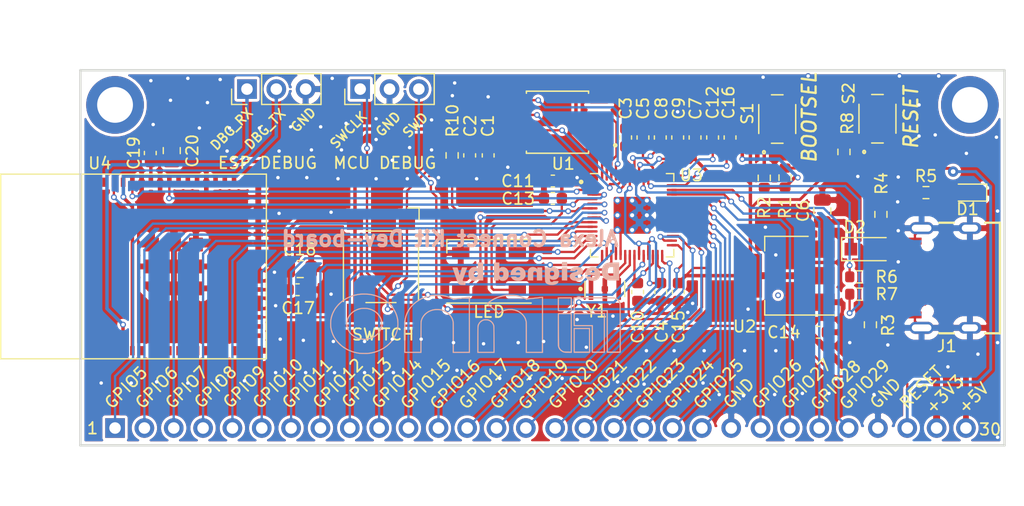
<source format=kicad_pcb>
(kicad_pcb (version 20211014) (generator pcbnew)
  (layers (0 "F.Cu" signal) (31 "B.Cu" signal) (34 "B.Paste" user) (35 "F.Paste" user) (36 "B.SilkS" user "B.Silkscreen") (37 "F.SilkS" user "F.Silkscreen") (38 "B.Mask" user) (39 "F.Mask" user) (44 "Edge.Cuts" user))
  (net 0 "")
  (net 1 "GND")
  (net 2 "+3V3")
  (net 3 "+1V1")
  (net 4 "Net-(C6-Pad1)")
  (net 5 "Net-(D1-Pad2)")
  (net 6 "+5V")
  (net 7 "Net-(D3-Pad4)")
  (net 8 "D-")
  (net 9 "D+")
  (net 10 "Net-(J1-PadB5)")
  (net 11 "Net-(J1-PadA5)")
  (net 12 "SWD")
  (net 13 "SWCLK")
  (net 14 "Net-(J3-Pad26)")
  (net 15 "Net-(J3-Pad24)")
  (net 16 "Net-(J3-Pad23)")
  (net 17 "Net-(J3-Pad21)")
  (net 18 "Net-(J3-Pad20)")
  (net 19 "Net-(J3-Pad19)")
  (net 20 "Net-(J3-Pad18)")
  (net 21 "Net-(J3-Pad17)")
  (net 22 "Net-(J3-Pad16)")
  (net 23 "Net-(J3-Pad15)")
  (net 24 "Net-(J3-Pad14)")
  (net 25 "Net-(J3-Pad13)")
  (net 26 "Net-(J3-Pad12)")
  (net 27 "Net-(J3-Pad11)")
  (net 28 "Net-(J3-Pad10)")
  (net 29 "Net-(J3-Pad9)")
  (net 30 "Net-(J3-Pad8)")
  (net 31 "Net-(J3-Pad7)")
  (net 32 "Net-(J3-Pad6)")
  (net 33 "Net-(J3-Pad5)")
  (net 34 "Net-(J3-Pad4)")
  (net 35 "RESET")
  (net 36 "DBG_TXD")
  (net 37 "DBG_RXD")
  (net 38 "QSPI_SS")
  (net 39 "Net-(R2-Pad2)")
  (net 40 "Net-(R6-Pad2)")
  (net 41 "Net-(R7-Pad2)")
  (net 42 "Net-(R10-Pad1)")
  (net 43 "QSPI_SD1")
  (net 44 "QSPI_SD2")
  (net 45 "QSPI_SD0")
  (net 46 "QSPI_SCLK")
  (net 47 "QSPI_SD3")
  (net 48 "Net-(U3-Pad21)")
  (net 49 "Net-(U3-Pad20)")
  (net 50 "INT_B")
  (net 51 "U1TXD")
  (net 52 "U1RXD")
  (net 53 "Net-(J3-Pad25)")
  (net 54 "Net-(J3-Pad3)")
  (net 55 "Net-(J3-Pad2)")
  (net 56 "Net-(J3-Pad1)")
  (footprint "Capacitor_SMD:C_0603_1608Metric" (layer "F.Cu") (at 89.7 135.875 -90)
    (fp_text reference "C1")
    (fp_text value "0.1u")
  )
  (footprint "Capacitor_SMD:C_0603_1608Metric" (layer "F.Cu") (at 88.1 135.875 -90)
    (fp_text reference "C2")
    (fp_text value "2.2u")
  )
  (footprint "Capacitor_SMD:C_0603_1608Metric" (layer "F.Cu") (at 101.6 134.325 90)
    (fp_text reference "C3")
    (fp_text value "0.1u")
  )
  (footprint "Capacitor_SMD:C_0603_1608Metric" (layer "F.Cu") (at 104.64 147.715 -90)
    (fp_text reference "C4")
    (fp_text value "0.1u")
  )
  (footprint "Capacitor_SMD:C_0603_1608Metric" (layer "F.Cu") (at 103.1 134.325 90)
    (fp_text reference "C5")
    (fp_text value "2.2u")
  )
  (footprint "Capacitor_SMD:C_0805_2012Metric" (layer "F.Cu") (at 118.63 140.688 90)
    (fp_text reference "C6")
    (fp_text value "10u")
  )
  (footprint "Capacitor_SMD:C_0603_1608Metric" (layer "F.Cu") (at 107.61 134.325 90)
    (fp_text reference "C7")
    (fp_text value "2.2u")
  )
  (footprint "Capacitor_SMD:C_0603_1608Metric" (layer "F.Cu") (at 104.6 134.325 -90)
    (fp_text reference "C8")
    (fp_text value "0.1u")
  )
  (footprint "Capacitor_SMD:C_0603_1608Metric" (layer "F.Cu") (at 106.108161 134.325511 -90)
    (fp_text reference "C9")
    (fp_text value "0.1u")
  )
  (footprint "Capacitor_SMD:C_0603_1608Metric" (layer "F.Cu") (at 102.64 147.715 90)
    (fp_text reference "C10")
    (fp_text value "0.1u")
  )
  (footprint "Capacitor_SMD:C_0603_1608Metric" (layer "F.Cu") (at 95.3 138.1)
    (fp_text reference "C11")
    (fp_text value "0.1u")
  )
  (footprint "Capacitor_SMD:C_0603_1608Metric" (layer "F.Cu") (at 109.13 134.325 -90)
    (fp_text reference "C12")
    (fp_text value "0.1u")
  )
  (footprint "Capacitor_SMD:C_0603_1608Metric" (layer "F.Cu") (at 95.3 139.6)
    (fp_text reference "C13")
    (fp_text value "0.1u")
  )
  (footprint "Capacitor_SMD:C_0603_1608Metric" (layer "F.Cu") (at 118.25 151.2)
    (fp_text reference "C14")
    (fp_text value "22u")
  )
  (footprint "Capacitor_SMD:C_0603_1608Metric" (layer "F.Cu") (at 106.16 147.715 90)
    (fp_text reference "C15")
    (fp_text value "0.1u")
  )
  (footprint "Capacitor_SMD:C_0603_1608Metric" (layer "F.Cu") (at 110.639693 134.323939 -90)
    (fp_text reference "C16")
    (fp_text value "0.1u")
  )
  (footprint "Capacitor_SMD:C_0603_1608Metric" (layer "F.Cu") (at 73.2 147.515)
    (fp_text reference "C17")
    (fp_text value "0.1u")
  )
  (footprint "Capacitor_SMD:C_0805_2012Metric" (layer "F.Cu") (at 73.43 145.73)
    (fp_text reference "C18")
    (fp_text value "10u")
  )
  (footprint "Capacitor_SMD:C_0603_1608Metric" (layer "F.Cu") (at 60.45 135.67 90)
    (fp_text reference "C19")
    (fp_text value "0.1u")
  )
  (footprint "Capacitor_SMD:C_0805_2012Metric" (layer "F.Cu") (at 62.31 135.46 90)
    (fp_text reference "C20")
    (fp_text value "10u")
  )
  (footprint "LED_SMD:LED_0603_1608Metric_Pad1.05x0.95mm_HandSolder" (layer "F.Cu") (at 131.2 139.1 180)
    (fp_text reference "D1")
    (fp_text value "Green")
  )
  (footprint "Diode_SMD:D_SOD-123F" (layer "F.Cu") (at 122.5 144)
    (fp_text reference "D2")
    (fp_text value "D_Schottky")
  )
  (footprint "LED_SMD:LED_WS2812B_PLCC4_5.0x5.0mm_P3.2mm" (layer "F.Cu") (at 89.775 145.925 180)
    (fp_text reference "LED")
    (fp_text value "WS2812B")
  )
  (footprint "Connector_USB:GCT_USB4105_REVA" (layer "F.Cu") (at 131.4 146.5 90)
    (fp_text reference "J1")
    (fp_text value "USB4105_REVA")
  )
  (footprint "Connector_PinHeader_2.54mm:PinHeader_1x03_P2.54mm_Vertical" (layer "F.Cu") (at 78.62 130.13 90)
    (fp_text reference "J2" hide)
    (fp_text value "Conn_01x03_Female")
  )
  (footprint "Connector_PinHeader_2.54mm:PinHeader_1x30_P2.54mm_Vertical" (layer "F.Cu") (at 57.4 159.5 90)
    (fp_text reference "J3" hide)
    (fp_text value "Conn_01x30_Male")
  )
  (footprint "Connector_PinHeader_2.54mm:PinHeader_1x03_P2.54mm_Vertical" (layer "F.Cu") (at 68.82 130.13 90)
    (fp_text reference "J4" hide)
    (fp_text value "Conn_01x03_Female")
  )
  (footprint "Resistor_SMD:R_0603_1608Metric" (layer "F.Cu") (at 115.4 137.8 -90)
    (fp_text reference "R1")
    (fp_text value "10k")
  )
  (footprint "Resistor_SMD:R_0603_1608Metric" (layer "F.Cu") (at 113.6 137.825 90)
    (fp_text reference "R2")
    (fp_text value "1k")
  )
  (footprint "Resistor_SMD:R_0603_1608Metric_Pad0.98x0.95mm_HandSolder" (layer "F.Cu") (at 122.79 150.55 -90)
    (fp_text reference "R3")
    (fp_text value "5.1k")
  )
  (footprint "Resistor_SMD:R_0603_1608Metric_Pad0.98x0.95mm_HandSolder" (layer "F.Cu") (at 123.7 140.9875 90)
    (fp_text reference "R4")
    (fp_text value "5.1k")
  )
  (footprint "Resistor_SMD:R_0603_1608Metric_Pad0.98x0.95mm_HandSolder" (layer "F.Cu") (at 127.6 139.1)
    (fp_text reference "R5")
    (fp_text value "1k")
  )
  (footprint "Resistor_SMD:R_0603_1608Metric" (layer "F.Cu") (at 121.825 146.4 180)
    (fp_text reference "R6")
    (fp_text value "27")
  )
  (footprint "Resistor_SMD:R_0603_1608Metric" (layer "F.Cu") (at 121.825 147.9 180)
    (fp_text reference "R7")
    (fp_text value "27")
  )
  (footprint "Resistor_SMD:R_0603_1608Metric" (layer "F.Cu") (at 120.5 135.575 -90)
    (fp_text reference "R8")
    (fp_text value "10k")
  )
  (footprint "Resistor_SMD:R_0603_1608Metric" (layer "F.Cu") (at 86.58 135.875 90)
    (fp_text reference "R10")
    (fp_text value "10k")
  )
  (footprint "AlexaConnectKitBoard_proj:SW_SKRPACE010" (layer "F.Cu") (at 114.725 132.725 90)
    (fp_text reference "S1")
    (fp_text value "SKRPACE010")
  )
  (footprint "AlexaConnectKitBoard_proj:SW_SKRPACE010" (layer "F.Cu") (at 123.4 132.7 90)
    (fp_text reference "S2")
    (fp_text value "SKRPACE010")
  )
  (footprint "Button_Switch_SMD:SW_SPST_Omron_B3FS-105xP" (layer "F.Cu") (at 80.42 145.53 -90)
    (fp_text reference "SWITCH")
    (fp_text value "SW_MEC_5E")
  )
  (footprint "AlexaConnectKitBoard_proj:SOIC127P790X216-8N" (layer "F.Cu") (at 95.7 133 180)
    (fp_text reference "U1")
    (fp_text value "W25Q16JVSSIQ")
  )
  (footprint "Package_TO_SOT_SMD:SOT-223-3_TabPin2" (layer "F.Cu") (at 115.55 146.3 180)
    (fp_text reference "U2")
    (fp_text value "AZ1117-3.3")
  )
  (footprint "AlexaConnectKitBoard_proj:RP2040-QFN-56" (layer "F.Cu") (at 102.1625 141.0625)
    (fp_text reference "U3")
    (fp_text value "RP2040")
  )
  (footprint "ESP32-PICO-V3-ZERO:PICO-V3-ZERO" (layer "F.Cu") (at 62.5 145.5 90)
    (fp_text reference "U4")
    (fp_text value "PICO-ZERO-V3")
  )
  (footprint "AlexaConnectKitBoard_proj:OSC_CSTCE12M0G52-R0" (layer "F.Cu") (at 99.8 147.45)
    (fp_text reference "Y1")
    (fp_text value "CSTCE12M0G52-R0")
  )
  (footprint "Symbol:rino_logo" (layer "B.Cu") (at 88.6 149.1 180)
    (fp_text reference "G***" hide)
    (fp_text value "LOGO" hide)
  )
  (gr_circle (center 97.75 138.175) (end 97.85 138.15) (layer "F.SilkS") (width 0.2) (fill none))
  (gr_line (start 134.4 128.5) (end 134.4 161) (layer "Edge.Cuts") (width 0.2))
  (gr_line (start 54.4 161) (end 134.4 161) (layer "Edge.Cuts") (width 0.2))
  (gr_line (start 54.4 161) (end 54.4 128.5) (layer "Edge.Cuts") (width 0.2))
  (gr_line (start 54.4 128.5) (end 134.4 128.5) (layer "Edge.Cuts") (width 0.2))
  (gr_text "Alexa Connect Kit Dev-board" (at 86.4 143.1) (layer "B.SilkS") (effects (font (size 1.3 1.3) (thickness 0.3)) (justify mirror)))
  (gr_text "RESET" (at 126.3 132.6 90) (layer "F.SilkS") (effects (font (size 1.2 1.2) (thickness 0.2) italic)))
  (gr_text "+5V" (at 131.7 156.9 45) (layer "F.SilkS") (effects (font (size 1 1))))
  (gr_text "SWD" (at 83.4 133.25 45) (layer "F.SilkS") (effects (font (size 0.8 0.8))))
  (gr_text "GND" (at 73.7 132.8 45) (layer "F.SilkS") (effects (font (size 0.8 0.8))))
  (gr_text "ESP DEBUG" (at 70.6 136.525) (layer "F.SilkS") (effects (font (size 1 1))))
  (gr_text "BOOTSEL" (at 117.5 132.6 90) (layer "F.SilkS") (effects (font (size 1.2 1.2) (thickness 0.2) italic)))
  (gr_text "GPIO20" (at 97.1 155.7 45) (layer "F.SilkS") (effects (font (size 1 1))))
  (gr_text "RESET\n\n" (at 126.1 158.2 45) (layer "F.SilkS") (effects (font (size 1 1)) (justify left)))
  (gr_text "GND" (at 111.4 156.5 45) (layer "F.SilkS") (effects (font (size 1 1))))
  (gr_text "MCU DEBUG" (at 80.75 136.525) (layer "F.SilkS") (effects (font (size 1 1))))
  (gr_text "GPIO13" (at 79.2 155.6 45) (layer "F.SilkS") (effects (font (size 1 1))))
  (gr_text "GPIO28" (at 119.8 155.8 45) (layer "F.SilkS") (effects (font (size 1 1))))
  (gr_text "GPIO9" (at 68.6 155.95 45) (layer "F.SilkS") (effects (font (size 1 1))))
  (gr_text "GPIO17" (at 89.35 155.7 45) (layer "F.SilkS") (effects (font (size 1 1))))
  (gr_text "GPIO11" (at 74.05 155.65 45) (layer "F.SilkS") (effects (font (size 1 1))))
  (gr_text "GPIO16" (at 86.85 155.75 45) (layer "F.SilkS") (effects (font (size 1 1))))
  (gr_text "GPIO24" (at 107.1 155.7 45) (layer "F.SilkS") (effects (font (size 1 1))))
  (gr_text "GPIO5" (at 58.35 156 45) (layer "F.SilkS") (effects (font (size 1 1))))
  (gr_text "GPIO18" (at 92.05 155.7 45) (layer "F.SilkS") (effects (font (size 1 1))))
  (gr_text "GPIO14" (at 81.8 155.65 45) (layer "F.SilkS") (effects (font (size 1 1))))
  (gr_text "DBG_RX" (at 67.5 133.6 45) (layer "F.SilkS") (effects (font (size 0.8 0.8))))
  (gr_text "GPIO8" (at 66.1 155.95 45) (layer "F.SilkS") (effects (font (size 1 1))))
  (gr_text "GPIO27" (at 117.25 155.7 45) (layer "F.SilkS") (effects (font (size 1 1))))
  (gr_text "GPIO10" (at 71.5 155.65 45) (layer "F.SilkS") (effects (font (size 1 1))))
  (gr_text "SWCLK" (at 77.625 133.675 45) (layer "F.SilkS") (effects (font (size 0.8 0.8))))
  (gr_text "GPIO7" (at 63.6 156 45) (layer "F.SilkS") (effects (font (size 1 1))))
  (gr_text "GPIO12" (at 76.7 155.65 45) (layer "F.SilkS") (effects (font (size 1 1))))
  (gr_text "GPIO22" (at 102.1 155.7 45) (layer "F.SilkS") (effects (font (size 1 1))))
  (gr_text "DBG_TX" (at 70.4 133.6 45) (layer "F.SilkS") (effects (font (size 0.8 0.8))))
  (gr_text "GPIO19" (at 94.5 155.75 45) (layer "F.SilkS") (effects (font (size 1 1))))
  (gr_text "GPIO21" (at 99.55 155.7 45) (layer "F.SilkS") (effects (font (size 1 1))))
  (gr_text "GND" (at 81.05 133.175 45) (layer "F.SilkS") (effects (font (size 0.8 0.8))))
  (gr_text "GPIO29" (at 122.3 155.75 45) (layer "F.SilkS") (effects (font (size 1 1))))
  (gr_text "+3V3" (at 130.7 155.1 45) (layer "F.SilkS") (effects (font (size 1 1)) (justify right)))
  (gr_text "GND" (at 124.1 156.5 45) (layer "F.SilkS") (effects (font (size 1 1))))
  (gr_text "30\n\n" (at 133.15 160.425) (layer "F.SilkS") (effects (font (size 1 1))))
  (gr_text "1" (at 55.45 159.525) (layer "F.SilkS") (effects (font (size 1 1))))
  (gr_text "GPIO23\n" (at 104.6 155.7 45) (layer "F.SilkS") (effects (font (size 1 1))))
  (gr_text "GPIO15" (at 84.3 155.7 45) (layer "F.SilkS") (effects (font (size 1 1))))
  (gr_text "GPIO26" (at 114.7 155.7 45) (layer "F.SilkS") (effects (font (size 1 1))))
  (gr_text "GPIO6" (at 61 156 45) (layer "F.SilkS") (effects (font (size 1 1))))
  (gr_text "GPIO25" (at 109.65 155.7 45) (layer "F.SilkS") (effects (font (size 1 1))))
  (via (at 131.4 131.5) (size 5) (drill 3.1) (layers "F.Cu" "B.Cu") (net 0))
  (via (at 57.4 131.5) (size 5) (drill 3.1) (layers "F.Cu" "B.Cu") (net 0))
  (via (at 114.8 148) (size 0.5) (drill 0.3) (layers "F.Cu" "B.Cu") (net 0))
  (segment (start 102.64 148.49) (end 104.64 148.49) (width 0.2) (layer "F.Cu") (net 1))
  (segment (start 99.8 147.45) (end 99.8 148.6) (width 0.2) (layer "F.Cu") (net 1))
  (segment (start 126.645 143.3) (end 126.645 142.755) (width 0.2) (layer "F.Cu") (net 1))
  (segment (start 126.645 142.755) (end 127.22 142.18) (width 0.2) (layer "F.Cu") (net 1))
  (segment (start 106.1 132.1) (end 106.1 133.54235) (width 0.2) (layer "F.Cu") (net 1))
  (segment (start 60.6 147.4) (end 60.6 145.5) (width 0.3) (layer "F.Cu") (net 1))
  (segment (start 126.645 149.7) (end 126.645 150.245) (width 0.2) (layer "F.Cu") (net 1))
  (segment (start 101.1625 144.5) (end 101.1625 142.0625) (width 0.2) (layer "F.Cu") (net 1))
  (segment (start 107.4 149.062182) (end 106.981091 149.481091) (width 0.2) (layer "F.Cu") (net 1))
  (segment (start 126.645 150.245) (end 127.22 150.82) (width 0.2) (layer "F.Cu") (net 1))
  (segment (start 106.1 133.54235) (end 106.108161 133.550511) (width 0.2) (layer "F.Cu") (net 1))
  (segment (start 107.4 148.7) (end 107.4 149.062182) (width 0.2) (layer "F.Cu") (net 1))
  (segment (start 101.1625 142.0625) (end 102.1625 141.0625) (width 0.2) (layer "F.Cu") (net 1))
  (segment (start 100.5 149.3) (end 100.5 149.8) (width 0.2) (layer "F.Cu") (net 1))
  (segment (start 106.16 148.49) (end 107.19 148.49) (width 0.2) (layer "F.Cu") (net 1))
  (segment (start 107.19 148.49) (end 107.4 148.7) (width 0.2) (layer "F.Cu") (net 1))
  (segment (start 99.8 148.6) (end 100.5 149.3) (width 0.2) (layer "F.Cu") (net 1))
  (segment (start 106.16 148.49) (end 104.64 148.49) (width 0.2) (layer "F.Cu") (net 1))
  (via (at 133.8 140.7) (size 0.5) (drill 0.3) (layers "F.Cu" "B.Cu") (net 1))
  (via (at 71.3 148.9) (size 0.5) (drill 0.3) (layers "F.Cu" "B.Cu") (net 1))
  (via (at 67.1 135.5) (size 0.5) (drill 0.3) (layers "F.Cu" "B.Cu") (net 1))
  (via (at 76.3 152) (size 0.5) (drill 0.3) (layers "F.Cu" "B.Cu") (net 1))
  (via (at 97.4 137.8) (size 0.5) (drill 0.3) (layers "F.Cu" "B.Cu") (net 1))
  (via (at 74 137.8) (size 0.5) (drill 0.3) (layers "F.Cu" "B.Cu") (net 1))
  (via (at 94.5 152) (size 0.5) (drill 0.3) (layers "F.Cu" "B.Cu") (net 1))
  (via (at 79 152) (size 0.5) (drill 0.3) (layers "F.Cu" "B.Cu") (net 1))
  (via (at 86.6 130.7) (size 0.5) (drill 0.3) (layers "F.Cu" "B.Cu") (net 1))
  (via (at 133.8 160.3) (size 0.5) (drill 0.3) (layers "F.Cu" "B.Cu") (net 1))
  (via (at 77.4 133.1) (size 0.5) (drill 0.3) (layers "F.Cu" "B.Cu") (net 1))
  (via (at 77 135.4) (size 0.5) (drill 0.3) (layers "F.Cu" "B.Cu") (net 1))
  (via (at 93.3 155.2) (size 0.5) (drill 0.3) (layers "F.Cu" "B.Cu") (net 1))
  (via (at 105.8 152.8) (size 0.5) (drill 0.3) (layers "F.Cu" "B.Cu") (net 1))
  (via (at 62.2 131.1) (size 0.5) (drill 0.3) (layers "F.Cu" "B.Cu") (net 1))
  (via (at 124.3 152.3) (size 0.6) (drill 0.3) (layers "F.Cu" "B.Cu") (net 1))
  (via (at 61 155.5) (size 0.5) (drill 0.3) (layers "F.Cu" "B.Cu") (net 1))
  (via (at 89.3 152.2) (size 0.5) (drill 0.3) (layers "F.Cu" "B.Cu") (net 1))
  (via (at 73.9 154.7) (size 0.5) (drill 0.3) (layers "F.Cu" "B.Cu") (net 1))
  (via (at 66.5 129.3) (size 0.5) (drill 0.3) (layers "F.Cu" "B.Cu") (net 1))
  (via (at 129.5 154.2) (size 0.5) (drill 0.3) (layers "F.Cu" "B.Cu") (net 1))
  (via (at 92.3 152.1) (size 0.5) (drill 0.3) (layers "F.Cu" "B.Cu") (net 1))
  (via (at 119.2 156.5) (size 0.5) (drill 0.3) (layers "F.Cu" "B.Cu") (net 1))
  (via (at 128.4 134.1) (size 0.5) (drill 0.3) (layers "F.Cu" "B.Cu") (net 1))
  (via (at 72.6 133.4) (size 0.5) (drill 0.3) (layers "F.Cu" "B.Cu") (net 1))
  (via (at 103.2 155.7) (size 0.5) (drill 0.3) (layers "F.Cu" "B.Cu") (net 1))
  (via (at 71.5 137.8) (size 0.5) (drill 0.3) (layers "F.Cu" "B.Cu") (net 1))
  (via (at 73.7 151.9) (size 0.5) (drill 0.3) (layers "F.Cu" "B.Cu") (net 1))
  (via (at 87 154.5) (size 0.5) (drill 0.3) (layers "F.Cu" "B.Cu") (net 1))
  (via (at 90.7 155.2) (size 0.5) (drill 0.3) (layers "F.Cu" "B.Cu") (net 1))
  (via (at 68.6 155.4) (size 0.5) (drill 0.3) (layers "F.Cu" "B.Cu") (net 1))
  (via (at 127 131.5) (size 0.5) (drill 0.3) (layers "F.Cu" "B.Cu") (net 1))
  (via (at 80 137.9) (size 0.5) (drill 0.3) (layers "F.Cu" "B.Cu") (net 1))
  (via (at 88.7 137.9) (size 0.5) (drill 0.3) (layers "F.Cu" "B.Cu") (net 1))
  (via (at 81.4 136.3) (size 0.5) (drill 0.3) (layers "F.Cu" "B.Cu") (net 1))
  (via (at 76.2 129.2) (size 0.5) (drill 0.3) (layers "F.Cu" "B.Cu") (net 1))
  (via (at 123.1 156.6) (size 0.5) (drill 0.3) (layers "F.Cu" "B.Cu") (net 1))
  (via (at 81.4 151.8) (size 0.5) (drill 0.3) (layers "F.Cu" "B.Cu") (net 1))
  (via (at 98.2 152.5) (size 0.5) (drill 0.3) (layers "F.Cu" "B.Cu") (net 1))
  (via (at 96.1 155.2) (size 0.5) (drill 0.3) (layers "F.Cu" "B.Cu") (net 1))
  (via (at 131.1 135.7) (size 0.5) (drill 0.3) (layers "F.Cu" "B.Cu") (net 1))
  (via (at 128.7 129) (size 0.5) (drill 0.3) (layers "F.Cu" "B.Cu") (net 1))
  (via (at 71.7 151.8) (size 0.5) (drill 0.3) (layers "F.Cu" "B.Cu") (net 1))
  (via (at 60.5 129.4) (size 0.5) (drill 0.3) (layers "F.Cu" "B.Cu") (net 1))
  (via (at 117.4 129) (size 0.5) (drill 0.3) (layers "F.Cu" "B.Cu") (net 1))
  (via (at 84.8 135.4) (size 0.5) (drill 0.3) (layers "F.Cu" "B.Cu") (net 1))
  (via (at 91.4 136.9) (size 0.5) (drill 0.3) (layers "F.Cu" "B.Cu") (net 1))
  (via (at 74.4 135.4) (size 0.5) (drill 0.3) (layers "F.Cu" "B.Cu") (net 1))
  (via (at 107.4 148.7) (size 0.5) (drill 0.3) (layers "F.Cu" "B.Cu") (net 1))
  (via (at 111.9 152.8) (size 0.5) (drill 0.3) (layers "F.Cu" "B.Cu") (net 1))
  (via (at 76.4 154.7) (size 0.5) (drill 0.3) (layers "F.Cu" "B.Cu") (net 1))
  (via (at 97.4 150.1) (size 0.5) (drill 0.3) (layers "F.Cu" "B.Cu") (net 1))
  (via (at 111.8 156.7) (size 0.5) (drill 0.3) (layers "F.Cu" "B.Cu") (net 1))
  (via (at 86.7 152.1) (size 0.5) (drill 0.3) (layers "F.Cu" "B.Cu") (net 1))
  (via (at 76.1 140.8) (size 0.5) (drill 0.3) (layers "F.Cu" "B.Cu") (net 1))
  (via (at 113.5 129.1) (size 0.5) (drill 0.3) (layers "F.Cu" "B.Cu") (net 1))
  (via (at 81.5 154.7) (size 0.5) (drill 0.3) (layers "F.Cu" "B.Cu") (net 1))
  (via (at 58.8 155.6) (size 0.5) (drill 0.3) (layers "F.Cu" "B.Cu") (net 1))
  (via (at 80 132.7) (size 0.5) (drill 0.3) (layers "F.Cu" "B.Cu") (net 1))
  (via (at 114.5 156.6) (size 0.5) (drill 0.3) (layers "F.Cu" "B.Cu") (net 1))
  (via (at 80 134.5) (size 0.5) (drill 0.3) (layers "F.Cu" "B.Cu") (net 1))
  (via (at 127 134.2) (size 0.5) (drill 0.3) (layers "F.Cu" "B.Cu") (net 1))
  (via (at 113.7 142.1) (size 0.5) (drill 0.3) (layers "F.Cu" "B.Cu") (net 1))
  (via (at 85.4 137.8) (size 0.5) (drill 0.3) (layers "F.Cu" "B.Cu") (net 1))
  (via (at 79 154.7) (size 0.5) (drill 0.3) (layers "F.Cu" "B.Cu") (net 1))
  (via (at 106.1 132.1) (size 0.5) (drill 0.3) (layers "F.Cu" "B.Cu") (net 1))
  (via (at 121.7 137.7) (size 0.5) (drill 0.3) (layers "F.Cu" "B.Cu") (net 1))
  (via (at 71.6 135.5) (size 0.5) (drill 0.3) (layers "F.Cu" "B.Cu") (net 1))
  (via (at 108.4 152.8) (size 0.5) (drill 0.3) (layers "F.Cu" "B.Cu") (net 1))
  (via (at 103.4 152.8) (size 0.5) (drill 0.3) (layers "F.Cu" "B.Cu") (net 1))
  (via (at 86.8 129.6) (size 0.5) (drill 0.3) (layers "F.Cu" "B.Cu") (net 1))
  (via (at 114.6 152.8) (size 0.5) (drill 0.3) (layers "F.Cu" "B.Cu") (net 1))
  (via (at 76.1 147.9) (size 0.5) (drill 0.3) (layers "F.Cu" "B.Cu") (net 1))
  (via (at 64.7 133.5) (size 0.5) (drill 0.3) (layers "F.Cu" "B.Cu") (net 1))
  (via (at 60.7 133.2) (size 0.5) (drill 0.3) (layers "F.Cu" "B.Cu") (net 1))
  (via (at 69.9 133.5) (size 0.5) (drill 0.3) (layers "F.Cu" "B.Cu") (net 1))
  (via (at 116.9 156.5) (size 0.5) (drill 0.3) (layers "F.Cu" "B.Cu") (net 1))
  (via (at 75.2 133.4) (size 0.5) (drill 0.3) (layers "F.Cu" "B.Cu") (net 1))
  (via (at 63.7 129.2) (size 0.5) (drill 0.3) (layers "F.Cu" "B.Cu") (net 1))
  (via (at 65.4 131.3) (size 0.5) (drill 0.3) (layers "F.Cu" "B.Cu") (net 1))
  (via (at 106.981091 149.481091) (size 0.5) (drill 0.3) (layers "F.Cu" "B.Cu") (net 1))
  (via (at 109.7 156.6) (size 0.5) (drill 0.3) (layers "F.Cu" "B.Cu") (net 1))
  (via (at 125.3 129) (size 0.5) (drill 0.3) (layers "F.Cu" "B.Cu") (net 1))
  (via (at 84.8 132.8) (size 0.5) (drill 0.3) (layers "F.Cu" "B.Cu") (net 1))
  (via (at 71.6 140.9) (size 0.5) (drill 0.3) (layers "F.Cu" "B.Cu") (net 1))
  (via (at 108.3 155.6) (size 0.5) (drill 0.3) (layers "F.Cu" "B.Cu") (net 1))
  (via (at 121 152.1) (size 0.6) (drill 0.3) (layers "F.Cu" "B.Cu") (net 1))
  (via (at 100.5 149.8) (size 0.5) (drill 0.3) (layers "F.Cu" "B.Cu") (net 1))
  (via (at 132.1 153.1) (size 0.5) (drill 0.3) (layers "F.Cu" "B.Cu") (net 1))
  (via (at 83.9 151.8) (size 0.5) (drill 0.3) (layers "F.Cu" "B.Cu") (net 1))
  (via (at 133.8 152.1) (size 0.5) (drill 0.3) (layers "F.Cu" "B.Cu") (net 1))
  (via (at 67.3 133.5) (size 0.5) (drill 0.3) (layers "F.Cu" "B.Cu") (net 1))
  (via (at 114.6 144.5) (size 0.5) (drill 0.3) (layers "F.Cu" "B.Cu") (net 1))
  (via (at 71.2 146) (size 0.5) (drill 0.3) (layers "F.Cu" "B.Cu") (net 1))
  (via (at 66.3 155.4) (size 0.5) (drill 0.3) (layers "F.Cu" "B.Cu") (net 1))
  (via (at 89.7 130.8) (size 0.5) (drill 0.3) (layers "F.Cu" "B.Cu") (net 1))
  (via (at 133.7 134.3) (size 0.5) (drill 0.3) (layers "F.Cu" "B.Cu") (net 1))
  (via (at 82.9 135.2) (size 0.5) (drill 0.3) (layers "F.Cu" "B.Cu") (net 1))
  (via (at 56.2 155.6) (size 0.5) (drill 0.3) (layers "F.Cu" "B.Cu") (net 1))
  (via (at 125.15 139.9) (size 0.5) (drill 0.3) (layers "F.Cu" "B.Cu") (net 1))
  (via (at 125.2 137.75) (size 0.5) (drill 0.3) (layers "F.Cu" "B.Cu") (net 1))
  (via (at 112.2 149.2) (size 0.5) (drill 0.3) (layers "F.Cu" "B.Cu") (net 1))
  (via (at 71.3 154.7) (size 0.5) (drill 0.3) (layers "F.Cu" "B.Cu") (net 1))
  (via (at 125.2 145.1) (size 0.6) (drill 0.3) (layers "F.Cu" "B.Cu") (net 1))
  (via (at 63.7 155.6) (size 0.5) (drill 0.3) (layers "F.Cu" "B.Cu") (net 1))
  (via (at 105.4 155.5) (size 0.5) (drill 0.3) (layers "F.Cu" "B.Cu") (net 1))
  (via (at 125.2 142.4) (size 0.6) (drill 0.3) (layers "F.Cu" "B.Cu") (net 1))
  (via (at 82.7 137.9) (size 0.5) (drill 0.3) (layers "F.Cu" "B.Cu") (net 1))
  (via (at 76.7 137.9) (size 0.5) (drill 0.3) (layers "F.Cu" "B.Cu") (net 1))
  (via (at 100.9 155.5) (size 0.5) (drill 0.3) (layers "F.Cu" "B.Cu") (net 1))
  (segment (start 106.1 136.3) (end 106.1 132.1) (width 0.2) (layer "B.Cu") (net 1))
  (segment (start 100.5 149.8) (end 97.7 149.8) (width 0.2) (layer "B.Cu") (net 1))
  (segment (start 103.4375 139.7875) (end 103.013236 139.7875) (width 0.2) (layer "B.Cu") (net 1))
  (segment (start 103.662182 152.8) (end 103.4 152.8) (width 0.2) (layer "B.Cu") (net 1))
  (segment (start 104.9 137.5) (end 106.1 136.3) (width 0.2) (layer "B.Cu") (net 1))
  (segment (start 103.013236 139.7875) (end 102.510001 139.284265) (width 0.2) (layer "B.Cu") (net 1))
  (segment (start 102.9 137.5) (end 104.9 137.5) (width 0.2) (layer "B.Cu") (net 1))
  (segment (start 97.7 149.8) (end 97.4 150.1) (width 0.2) (layer "B.Cu") (net 1))
  (segment (start 106.981091 149.481091) (end 103.662182 152.8) (width 0.2) (layer "B.Cu") (net 1))
  (segment (start 102.510001 139.284265) (end 102.510001 137.889999) (width 0.2) (layer "B.Cu") (net 1))
  (segment (start 102.510001 137.889999) (end 102.9 137.5) (width 0.2) (layer "B.Cu") (net 1))
  (segment (start 95.175 141.805) (end 96.075 140.905) (width 0.2) (layer "F.Cu") (net 2))
  (segment (start 72.48 142.3) (end 72.48 145.73) (width 0.3) (layer "F.Cu") (net 2))
  (segment (start 112.4 138.31) (end 112.4 146.3) (width 0.3) (layer "F.Cu") (net 2))
  (segment (start 106.108161 135.100511) (end 104.600511 135.100511) (width 0.2) (layer "F.Cu") (net 2))
  (segment (start 108.82 137.42) (end 111.51 137.42) (width 0.3) (layer "F.Cu") (net 2))
  (segment (start 105.028672 136.18) (end 106.108161 135.100511) (width 0.2) (layer "F.Cu") (net 2))
  (segment (start 92.225 147.525) (end 90.165 147.525) (width 0.2) (layer "F.Cu") (net 2))
  (segment (start 78.17 149.53) (end 78.17 141.53) (width 0.3) (layer "F.Cu") (net 2))
  (segment (start 60.485 136.41) (end 60.45 136.445) (width 0.3) (layer "F.Cu") (net 2))
  (segment (start 104.7625 137.625) (end 106.575 137.625) (width 0.2) (layer "F.Cu") (net 2))
  (segment (start 102.3625 144.5) (end 102.3625 145.8825) (width 0.2) (layer "F.Cu") (net 2))
  (segment (start 112.4 146.3) (end 118.7 146.3) (width 0.6) (layer "F.Cu") (net 2))
  (segment (start 102.7625 137.625) (end 102.7625 136.7775) (width 0.2) (layer "F.Cu") (net 2))
  (segment (start 96.075 138.1) (end 96.075 139.6) (width 0.3) (layer "F.Cu") (net 2))
  (segment (start 102.3625 136.244681) (end 102.225524 136.107705) (width 0.2) (layer "F.Cu") (net 2))
  (segment (start 108.21 149.03) (end 108.21 146.3) (width 0.2) (layer "F.Cu") (net 2))
  (segment (start 110.34 136.79) (end 110.34 135.398632) (width 0.2) (layer "F.Cu") (net 2))
  (segment (start 111.25 129.44) (end 112.4 130.59) (width 0.3) (layer "F.Cu") (net 2))
  (segment (start 108.21 146.3) (end 106.8 146.3) (width 0.3) (layer "F.Cu") (net 2))
  (segment (start 107.18 150.06) (end 108.21 149.03) (width 0.2) (layer "F.Cu") (net 2))
  (segment (start 103.753909 135.946091) (end 104.6 135.1) (width 0.2) (layer "F.Cu") (net 2))
  (segment (start 90 143.21) (end 90 142.15) (width 0.2) (layer "F.Cu") (net 2))
  (segment (start 90.080012 143.290012) (end 90 143.21) (width 0.2) (layer "F.Cu") (net 2))
  (segment (start 101.86499 147.24001) (end 101.86499 149.69499) (width 0.2) (layer "F.Cu") (net 2))
  (segment (start 90.165 147.525) (end 90 147.36) (width 0.2) (layer "F.Cu") (net 2))
  (segment (start 91.9 135.1) (end 92.095 134.905) (width 0.3) (layer "F.Cu") (net 2))
  (segment (start 112.4 146.3) (end 108.21 146.3) (width 0.3) (layer "F.Cu") (net 2))
  (segment (start 101.86499 149.69499) (end 102.23 150.06) (width 0.2) (layer "F.Cu") (net 2))
  (segment (start 115.8 139.7) (end 116.7 139.7) (width 0.25) (layer "F.Cu") (net 2))
  (segment (start 60.5 136.495) (end 60.45 136.445) (width 0.3) (layer "F.Cu") (net 2))
  (segment (start 117.199999 147.449999) (end 118.349998 146.3) (width 0.6) (layer "F.Cu") (net 2))
  (segment (start 69.815 147.515) (end 69.8 147.5) (width 0.3) (layer "F.Cu") (net 2))
  (segment (start 73.25 141.53) (end 72.48 142.3) (width 0.3) (layer "F.Cu") (net 2))
  (segment (start 98.725 142.0625) (end 96.948897 142.0625) (width 0.2) (layer "F.Cu") (net 2))
  (segment (start 98.725 138.4625) (end 96.4375 138.4625) (width 0.2) (layer "F.Cu") (net 2))
  (segment (start 109.14 136.22) (end 109.14 135.11) (width 0.2) (layer "F.Cu") (net 2))
  (segment (start 95.721385 143.290012) (end 90.080012 143.290012) (width 0.2) (layer "F.Cu") (net 2))
  (segment (start 117.475 151.2) (end 120.37501 154.10001) (width 0.6) (layer "F.Cu") (net 2))
  (segment (start 107.47 145.63) (end 106.8 146.3) (width 0.2) (layer "F.Cu") (net 2))
  (segment (start 102.7625 136.7775) (end 102.85 136.69) (width 0.2) (layer "F.Cu") (net 2))
  (segment (start 119.925 136.975) (end 120.5 136.4) (width 0.25) (layer "F.Cu") (net 2))
  (segment (start 88.1 135.1) (end 89.7 135.1) (width 0.3) (layer "F.Cu") (net 2))
  (segment (start 96.075 140.905) (end 96.075 139.6) (width 0.2) (layer "F.Cu") (net 2))
  (segment (start 108.85997 144.22997) (end 107.61 142.98) (width 0.2) (layer "F.Cu") (net 2))
  (segment (start 88.1 130.09) (end 88.75 129.44) (width 0.3) (layer "F.Cu") (net 2))
  (segment (start 117.199999 150.924999) (end 117.199999 147.449999) (width 0.6) (layer "F.Cu") (net 2))
  (segment (start 112.4 146.3) (end 112.4 140.5) (width 0.2) (layer "F.Cu") (net 2))
  (segment (start 88.75 129.44) (end 111.25 129.44) (width 0.3) (layer "F.Cu") (net 2))
  (segment (start 88.1 135.1) (end 88.1 133.59) (width 0.3) (layer "F.Cu") (net 2))
  (segment (start 62.31 136.41) (end 60.485 136.41) (width 0.3) (layer "F.Cu") (net 2))
  (segment (start 107.61 136.21) (end 108.82 137.42) (width 0.3) (layer "F.Cu") (net 2))
  (segment (start 110.638632 135.1) (end 110.639693 135.098939) (width 0.2) (layer "F.Cu") (net 2))
  (segment (start 119.425 136.975) (end 119.925 136.975) (width 0.25) (layer "F.Cu") (net 2))
  (segment (start 107.61 135.1) (end 109.13 135.1) (width 0.2) (layer "F.Cu") (net 2))
  (segment (start 96.4375 138.4625) (end 96.075 138.1) (width 0.2) (layer "F.Cu") (net 2))
  (segment (start 78.17 136.72) (end 78.17 134.35) (width 0.3) (layer "F.Cu") (net 2))
  (segment (start 72.48 145.73) (end 72.48 147.46) (width 0.3) (layer "F.Cu") (net 2))
  (segment (start 90 142.15) (end 90.345 141.805) (width 0.2) (layer "F.Cu") (net 2))
  (segment (start 72.48 147.46) (end 72.425 147.515) (width 0.3) (layer "F.Cu") (net 2))
  (segment (start 60.5 138.2) (end 60.5 136.495) (width 0.3) (layer "F.Cu") (net 2))
  (segment (start 102.3625 145.8825) (end 102.3625 146.6625) (width 0.2) (layer "F.Cu") (net 2))
  (segment (start 107.61 142.98) (end 107.61 142.705698) (width 0.2) (layer "F.Cu") (net 2))
  (segment (start 115.4 136.975) (end 119.925 136.975) (width 0.25) (layer "F.Cu") (net 2))
  (segment (start 111.51 137.42) (end 112.4 138.31) (width 0.3) (layer "F.Cu") (net 2))
  (segment (start 102.3625 146.6625) (end 102.64 146.94) (width 0.2) (layer "F.Cu") (net 2))
  (segment (start 78.17 141.53) (end 73.25 141.53) (width 0.3) (layer "F.Cu") (net 2))
  (segment (start 102.23 150.06) (end 107.18 150.06) (width 0.2) (layer "F.Cu") (net 2))
  (segment (start 113.2 139.7) (end 115.8 139.7) (width 0.25) (layer "F.Cu") (net 2))
  (segment (start 78.17 134.35) (end 78.93 133.59) (width 0.3) (layer "F.Cu") (net 2))
  (segment (start 107.61 142.705698) (end 106.966802 142.0625) (width 0.2) (layer "F.Cu") (net 2))
  (segment (start 108.85997 145.63) (end 107.47 145.63) (width 0.2) (layer "F.Cu") (net 2))
  (segment (start 88.1 133.59) (end 88.1 130.09) (width 0.3) (layer "F.Cu") (net 2))
  (segment (start 106.8 146.3) (end 106.16 146.94) (width 0.3) (layer "F.Cu") (net 2))
  (segment (start 117.475 151.2) (end 117.199999 150.924999) (width 0.6) (layer "F.Cu") (net 2))
  (segment (start 104.3625 137.625) (end 104.3625 136.9975) (width 0.2) (layer "F.Cu") (net 2))
  (segment (start 115.4 136.975) (end 115.825 136.975) (width 0.25) (layer "F.Cu") (net 2))
  (segment (start 107.61 135.1) (end 107.61 136.21) (width 0.3) (layer "F.Cu") (net 2))
  (segment (start 112.4 130.59) (end 112.4 138.31) (width 0.3) (layer "F.Cu") (net 2))
  (segment (start 90.345 141.805) (end 95.175 141.805) (width 0.2) (layer "F.Cu") (net 2))
  (segment (start 106.575 137.625) (end 106.78 137.42) (width 0.2) (layer "F.Cu") (net 2))
  (segment (start 105.6 138.4625) (end 106.7975 138.4625) (width 0.2) (layer "F.Cu") (net 2))
  (segment (start 92.88 134.905) (end 92.095 134.905) (width 0.3) (layer "F.Cu") (net 2))
  (segment (start 118.349998 146.3) (end 118.7 146.3) (width 0.6) (layer "F.Cu") (net 2))
  (segment (start 104.5 136.18) (end 105.028672 136.18) (width 0.2) (layer "F.Cu") (net 2))
  (segment (start 106.7975 138.4625) (end 107.81 137.45) (width 0.2) (layer "F.Cu") (net 2))
  (segment (start 120.37501 154.10001) (end 127.33001 154.10001) (width 0.6) (layer "F.Cu") (net 2))
  (segment (start 96.075 138.1) (end 92.88 134.905) (width 0.3) (layer "F.Cu") (net 2))
  (segment (start 128.52 155.29) (end 128.52 159.5) (width 0.6) (layer "F.Cu") (net 2))
  (segment (start 107.61 135.1) (end 106.108672 135.1) (width 0.2) (layer "F.Cu") (net 2))
  (segment (start 72.425 147.515) (end 69.815 147.515) (width 0.3) (layer "F.Cu") (net 2))
  (segment (start 116.7 139.7) (end 119.425 136.975) (width 0.25) (layer "F.Cu") (net 2))
  (segment (start 110.34 135.398632) (end 110.639693 135.098939) (width 0.2) (layer "F.Cu") (net 2))
  (segment (start 109.13 135.1) (end 110.638632 135.1) (width 0.2) (layer "F.Cu") (net 2))
  (segment (start 62.31 136.41) (end 77.86 136.41) (width 0.3) (layer "F.Cu") (net 2))
  (segment (start 77.86 136.41) (end 78.17 136.72) (width 0.3) (layer "F.Cu") (net 2))
  (segment (start 102.64 146.94) (end 102.165 146.94) (width 0.2) (layer "F.Cu") (net 2))
  (segment (start 107.2 136.52) (end 107.61 136.11) (width 0.2) (layer "F.Cu") (net 2))
  (segment (start 107.61 136.11) (end 107.61 135.1) (width 0.2) (layer "F.Cu") (net 2))
  (segment (start 78.17 141.53) (end 78.17 136.72) (width 0.3) (layer "F.Cu") (net 2))
  (segment (start 104.84 136.52) (end 107.2 136.52) (width 0.2) (layer "F.Cu") (net 2))
  (segment (start 127.33001 154.10001) (end 128.52 155.29) (width 0.6) (layer "F.Cu") (net 2))
  (segment (start 109.14 135.11) (end 109.13 135.1) (width 0.2) (layer "F.Cu") (net 2))
  (segment (start 106.966802 142.0625) (end 105.6 142.0625) (width 0.2) (layer "F.Cu") (net 2))
  (segment (start 104.600511 135.100511) (end 104.6 135.1) (width 0.2) (layer "F.Cu") (net 2))
  (segment (start 102.165 146.94) (end 101.86499 147.24001) (width 0.2) (layer "F.Cu") (net 2))
  (segment (start 96.948897 142.0625) (end 95.721385 143.290012) (width 0.2) (layer "F.Cu") (net 2))
  (segment (start 89.7 135.1) (end 91.9 135.1) (width 0.3) (layer "F.Cu") (net 2))
  (segment (start 78.93 133.59) (end 88.1 133.59) (width 0.3) (layer "F.Cu") (net 2))
  (segment (start 104.3625 136.9975) (end 104.84 136.52) (width 0.2) (layer "F.Cu") (net 2))
  (segment (start 106.108672 135.1) (end 106.108161 135.100511) (width 0.2) (layer "F.Cu") (net 2))
  (segment (start 90 147.36) (end 90 143.21) (width 0.2) (layer "F.Cu") (net 2))
  (segment (start 112.4 140.5) (end 113.2 139.7) (width 0.25) (layer "F.Cu") (net 2))
  (segment (start 102.3625 137.625) (end 102.3625 136.244681) (width 0.2) (layer "F.Cu") (net 2))
  (segment (start 108.85997 145.63) (end 108.85997 144.22997) (width 0.2) (layer "F.Cu") (net 2))
  (via (at 106.78 137.42) (size 0.5) (drill 0.3) (layers "F.Cu" "B.Cu") (net 2))
  (via (at 104.5 136.18) (size 0.5) (drill 0.3) (layers "F.Cu" "B.Cu") (net 2))
  (via (at 109.14 136.22) (size 0.5) (drill 0.3) (layers "F.Cu" "B.Cu") (net 2))
  (via (at 107.81 137.45) (size 0.5) (drill 0.3) (layers "F.Cu" "B.Cu") (net 2))
  (via (at 102.225524 136.107705) (size 0.5) (drill 0.3) (layers "F.Cu" "B.Cu") (net 2))
  (via (at 110.34 136.79) (size 0.5) (drill 0.3) (layers "F.Cu" "B.Cu") (net 2))
  (via (at 103.753909 135.946091) (size 0.5) (drill 0.3) (layers "F.Cu" "B.Cu") (net 2))
  (via (at 102.85 136.69) (size 0.5) (drill 0.3) (layers "F.Cu" "B.Cu") (net 2))
  (segment (start 106.78 137.42) (end 107.98 136.22) (width 0.2) (layer "B.Cu") (net 2))
  (segment (start 107.81 137.45) (end 108.47 136.79) (width 0.2) (layer "B.Cu") (net 2))
  (segment (start 108.47 136.79) (end 110.34 136.79) (width 0.2) (layer "B.Cu") (net 2))
  (segment (start 102.225524 136.107705) (end 103.592295 136.107705) (width 0.2) (layer "B.Cu") (net 2))
  (segment (start 104.01 136.69) (end 104.5 136.2) (width 0.2) (layer "B.Cu") (net 2))
  (segment (start 102.85 136.69) (end 104.01 136.69) (width 0.2) (layer "B.Cu") (net 2))
  (segment (start 104.5 136.2) (end 104.5 136.18) (width 0.2) (layer "B.Cu") (net 2))
  (segment (start 107.98 136.22) (end 109.14 136.22) (width 0.2) (layer "B.Cu") (net 2))
  (segment (start 103.592295 136.107705) (end 103.753909 135.946091) (width 0.2) (layer "B.Cu") (net 2))
  (segment (start 103.7 146.94) (end 103.68 146.96) (width 0.2) (layer "F.Cu") (net 3))
  (segment (start 102.7625 144.5) (end 102.7625 143.5225) (width 0.2) (layer "F.Cu") (net 3))
  (segment (start 103.9625 137.625) (end 103.9625 136.9325) (width 0.2) (layer "F.Cu") (net 3))
  (segment (start 103.1 136.07) (end 103.1 135.1) (width 0.2) (layer "F.Cu") (net 3))
  (segment (start 101.9625 138.7275) (end 101.96 138.73) (width 0.2) (layer "F.Cu") (net 3))
  (segment (start 101.6 136.26) (end 101.9625 136.6225) (width 0.2) (layer "F.Cu") (net 3))
  (segment (start 101.9625 136.6225) (end 101.9625 137.625) (width 0.2) (layer "F.Cu") (net 3))
  (segment (start 103.9625 136.9325) (end 103.1 136.07) (width 0.2) (layer "F.Cu") (net 3))
  (segment (start 101.6 135.1) (end 101.6 136.26) (width 0.2) (layer "F.Cu") (net 3))
  (segment (start 101.9625 137.625) (end 101.9625 138.7275) (width 0.2) (layer "F.Cu") (net 3))
  (segment (start 104.64 146.94) (end 103.7 146.94) (width 0.2) (layer "F.Cu") (net 3))
  (segment (start 102.7625 143.5225) (end 102.75 143.51) (width 0.2) (layer "F.Cu") (net 3))
  (segment (start 103.1 135.1) (end 101.6 135.1) (width 0.2) (layer "F.Cu") (net 3))
  (via (at 103.68 146.96) (size 0.5) (drill 0.3) (layers "F.Cu" "B.Cu") (net 3))
  (via (at 101.96 138.73) (size 0.5) (drill 0.3) (layers "F.Cu" "B.Cu") (net 3))
  (via (at 102.75 143.51) (size 0.5) (drill 0.3) (layers "F.Cu" "B.Cu") (net 3))
  (segment (start 101.94 138.73) (end 101.96 138.73) (width 0.2) (layer "B.Cu") (net 3))
  (segment (start 103.68 146.96) (end 103.68 143.69) (width 0.2) (layer "B.Cu") (net 3))
  (segment (start 102.396447 143.51) (end 101.562499 142.676052) (width 0.2) (layer "B.Cu") (net 3))
  (segment (start 101.562499 142.676052) (end 101.562499 139.107501) (width 0.2) (layer "B.Cu") (net 3))
  (segment (start 101.562499 139.107501) (end 101.94 138.73) (width 0.2) (layer "B.Cu") (net 3))
  (segment (start 102.75 143.51) (end 102.396447 143.51) (width 0.2) (layer "B.Cu") (net 3))
  (segment (start 103.5 143.51) (end 102.75 143.51) (width 0.2) (layer "B.Cu") (net 3))
  (segment (start 103.68 143.69) (end 103.5 143.51) (width 0.2) (layer "B.Cu") (net 3))
  (segment (start 120.488 141.638) (end 121.1 142.25) (width 0.5) (layer "F.Cu") (net 4))
  (segment (start 118.7 141.708) (end 118.63 141.638) (width 0.5) (layer "F.Cu") (net 4))
  (segment (start 121.1 142.25) (end 121.1 144) (width 0.5) (layer "F.Cu") (net 4))
  (segment (start 118.63 141.638) (end 120.488 141.638) (width 0.5) (layer "F.Cu") (net 4))
  (segment (start 118.7 144) (end 118.7 141.708) (width 0.5) (layer "F.Cu") (net 4))
  (segment (start 128.5125 139.1) (end 130.325 139.1) (width 0.25) (layer "F.Cu") (net 5))
  (segment (start 127.360997 148.750001) (end 127.500001 148.750001) (width 0.3) (layer "F.Cu") (net 6))
  (segment (start 122.71 139.1) (end 122.4 139.41) (width 0.25) (layer "F.Cu") (net 6))
  (segment (start 122.4 143.4) (end 123 144) (width 0.25) (layer "F.Cu") (net 6))
  (segment (start 126.645 144.1) (end 124 144.1) (width 0.5) (layer "F.Cu") (net 6))
  (segment (start 127.210998 148.9) (end 127.360997 148.750001) (width 0.3) (layer "F.Cu") (net 6))
  (segment (start 123 144) (end 123.9 144) (width 0.25) (layer "F.Cu") (net 6))
  (segment (start 127.500001 148.750001) (end 129.8 146.450002) (width 0.3) (layer "F.Cu") (net 6))
  (segment (start 131.06 153.9) (end 131.06 159.5) (width 0.5) (layer "F.Cu") (net 6))
  (segment (start 122.4 139.41) (end 122.4 143.4) (width 0.25) (layer "F.Cu") (net 6))
  (segment (start 126.9 140.2) (end 126.6875 139.9875) (width 0.3) (layer "F.Cu") (net 6))
  (segment (start 128.781764 140.2) (end 126.9 140.2) (width 0.3) (layer "F.Cu") (net 6))
  (segment (start 124.99 149.45) (end 124.99 151.76) (width 0.5) (layer "F.Cu") (net 6))
  (segment (start 129.8 146.450002) (end 129.8 141.218236) (width 0.3) (layer "F.Cu") (net 6))
  (segment (start 125.54 148.9) (end 124.99 149.45) (width 0.5) (layer "F.Cu") (net 6))
  (segment (start 126.6875 139.1) (end 122.71 139.1) (width 0.25) (layer "F.Cu") (net 6))
  (segment (start 129.8 141.218236) (end 128.781764 140.2) (width 0.3) (layer "F.Cu") (net 6))
  (segment (start 126.645 148.9) (end 127.210998 148.9) (width 0.3) (layer "F.Cu") (net 6))
  (segment (start 124.99 151.76) (end 125.89 152.66) (width 0.5) (layer "F.Cu") (net 6))
  (segment (start 126.645 148.9) (end 125.54 148.9) (width 0.5) (layer "F.Cu") (net 6))
  (segment (start 126.6875 139.9875) (end 126.6875 139.1) (width 0.3) (layer "F.Cu") (net 6))
  (segment (start 125.89 152.66) (end 129.82 152.66) (width 0.5) (layer "F.Cu") (net 6))
  (segment (start 124 144.1) (end 123.9 144) (width 0.5) (layer "F.Cu") (net 6))
  (segment (start 129.82 152.66) (end 131.06 153.9) (width 0.5) (layer "F.Cu") (net 6))
  (segment (start 99.7125 140.0625) (end 99.77 140.12) (width 0.2) (layer "F.Cu") (net 7))
  (segment (start 89.03 146.11) (end 87.615 147.525) (width 0.2) (layer "F.Cu") (net 7))
  (segment (start 89.03 141.24) (end 89.03 146.11) (width 0.2) (layer "F.Cu") (net 7))
  (segment (start 87.615 147.525) (end 87.325 147.525) (width 0.2) (layer "F.Cu") (net 7))
  (segment (start 98.725 140.0625) (end 99.7125 140.0625) (width 0.2) (layer "F.Cu") (net 7))
  (via (at 99.77 140.12) (size 0.5) (drill 0.3) (layers "F.Cu" "B.Cu") (net 7))
  (via (at 89.03 141.24) (size 0.5) (drill 0.3) (layers "F.Cu" "B.Cu") (net 7))
  (segment (start 97.82 140.329002) (end 97.830998 140.329002) (width 0.2) (layer "B.Cu") (net 7))
  (segment (start 89.050001 141.260001) (end 89.03 141.24) (width 0.2) (layer "B.Cu") (net 7))
  (segment (start 97.82 140.329002) (end 96.889001 141.260001) (width 0.2) (layer "B.Cu") (net 7))
  (segment (start 96.889001 141.260001) (end 89.050001 141.260001) (width 0.2) (layer "B.Cu") (net 7))
  (segment (start 98.04 140.12) (end 99.77 140.12) (width 0.2) (layer "B.Cu") (net 7))
  (segment (start 97.830998 140.329002) (end 98.04 140.12) (width 0.2) (layer "B.Cu") (net 7))
  (segment (start 122.65 147.9) (end 124.21 147.9) (width 0.25) (layer "F.Cu") (net 8))
  (segment (start 127.9 146.426778) (end 127.723222 146.25) (width 0.25) (layer "F.Cu") (net 8))
  (segment (start 127.9 147) (end 127.9 146.426778) (width 0.25) (layer "F.Cu") (net 8))
  (segment (start 124.86 147.25) (end 126.645 147.25) (width 0.25) (layer "F.Cu") (net 8))
  (segment (start 124.21 147.9) (end 124.86 147.25) (width 0.25) (layer "F.Cu") (net 8))
  (segment (start 127.723222 146.25) (end 126.645 146.25) (width 0.25) (layer "F.Cu") (net 8))
  (segment (start 126.645 147.25) (end 127.65 147.25) (width 0.25) (layer "F.Cu") (net 8))
  (segment (start 127.65 147.25) (end 127.9 147) (width 0.25) (layer "F.Cu") (net 8))
  (segment (start 125.17 146.4) (end 125.1 146.4) (width 0.25) (layer "F.Cu") (net 9))
  (segment (start 122.65 146.4) (end 125.1 146.4) (width 0.25) (layer "F.Cu") (net 9))
  (segment (start 126.645 145.75) (end 125.82 145.75) (width 0.25) (layer "F.Cu") (net 9))
  (segment (start 125.1 146.4) (end 125.45 146.75) (width 0.25) (layer "F.Cu") (net 9))
  (segment (start 125.82 145.75) (end 125.17 146.4) (width 0.25) (layer "F.Cu") (net 9))
  (segment (start 125.45 146.75) (end 126.645 146.75) (width 0.25) (layer "F.Cu") (net 9))
  (segment (start 125.46 140.87) (end 124.43 141.9) (width 0.25) (layer "F.Cu") (net 10))
  (segment (start 124.43 141.9) (end 123.7 141.9) (width 0.25) (layer "F.Cu") (net 10))
  (segment (start 128.78 140.87) (end 125.46 140.87) (width 0.25) (layer "F.Cu") (net 10))
  (segment (start 129.2 141.29) (end 128.78 140.87) (width 0.25) (layer "F.Cu") (net 10))
  (segment (start 126.645 144.75) (end 128.89 144.75) (width 0.25) (layer "F.Cu") (net 10))
  (segment (start 128.89 144.75) (end 129.2 144.44) (width 0.25) (layer "F.Cu") (net 10))
  (segment (start 129.2 144.44) (end 129.2 141.29) (width 0.25) (layer "F.Cu") (net 10))
  (segment (start 125.34 147.75) (end 126.645 147.75) (width 0.25) (layer "F.Cu") (net 11))
  (segment (start 122.79 149.6375) (end 123.4525 149.6375) (width 0.25) (layer "F.Cu") (net 11))
  (segment (start 123.4525 149.6375) (end 125.34 147.75) (width 0.25) (layer "F.Cu") (net 11))
  (segment (start 85.21 148.22) (end 86.19 149.2) (width 0.2) (layer "F.Cu") (net 12))
  (segment (start 103.5625 143.445483) (end 103.5625 144.5) (width 0.2) (layer "F.Cu") (net 12))
  (segment (start 84.74 138.965699) (end 85.21 139.435699) (width 0.2) (layer "F.Cu") (net 12))
  (segment (start 103.887899 143.120084) (end 103.5625 143.445483) (width 0.2) (layer "F.Cu") (net 12))
  (segment (start 85.21 139.435699) (end 85.21 148.22) (width 0.2) (layer "F.Cu") (net 12))
  (segment (start 84.74 138.25) (end 84.74 138.965699) (width 0.2) (layer "F.Cu") (net 12))
  (via (at 86.19 149.2) (size 0.5) (drill 0.3) (layers "F.Cu" "B.Cu") (net 12))
  (via (at 103.887899 143.120084) (size 0.5) (drill 0.3) (layers "F.Cu" "B.Cu") (net 12))
  (via (at 84.74 138.25) (size 0.5) (drill 0.3) (layers "F.Cu" "B.Cu") (net 12))
  (segment (start 104.230001 143.462186) (end 103.887899 143.120084) (width 0.2) (layer "B.Cu") (net 12))
  (segment (start 86.19 149.2) (end 102.254002 149.2) (width 0.2) (layer "B.Cu") (net 12))
  (segment (start 83.7 137.21) (end 84.74 138.25) (width 0.2) (layer "B.Cu") (net 12))
  (segment (start 102.254002 149.2) (end 104.230001 147.224001) (width 0.2) (layer "B.Cu") (net 12))
  (segment (start 104.230001 147.224001) (end 104.230001 143.462186) (width 0.2) (layer "B.Cu") (net 12))
  (segment (start 83.7 130.13) (end 83.7 137.21) (width 0.2) (layer "B.Cu") (net 12))
  (segment (start 79.21 146.05) (end 79.21 135.26) (width 0.2) (layer "F.Cu") (net 13))
  (segment (start 84.48 147.95) (end 81.11 147.95) (width 0.2) (layer "F.Cu") (net 13))
  (segment (start 81.11 147.95) (end 79.21 146.05) (width 0.2) (layer "F.Cu") (net 13))
  (segment (start 103.1625 144.5) (end 103.1625 145.35999) (width 0.2) (layer "F.Cu") (net 13))
  (segment (start 103.1625 145.35999) (end 103.04 145.48249) (width 0.2) (layer "F.Cu") (net 13))
  (via (at 84.48 147.95) (size 0.5) (drill 0.3) (layers "F.Cu" "B.Cu") (net 13))
  (via (at 79.21 135.26) (size 0.5) (drill 0.3) (layers "F.Cu" "B.Cu") (net 13))
  (via (at 103.05 145.3325) (size 0.5) (drill 0.3) (layers "F.Cu" "B.Cu") (net 13))
  (segment (start 79.21 135.26) (end 79.21 130.72) (width 0.2) (layer "B.Cu") (net 13))
  (segment (start 103.05 145.3325) (end 100.4325 147.95) (width 0.2) (layer "B.Cu") (net 13))
  (segment (start 79.21 130.72) (end 78.62 130.13) (width 0.2) (layer "B.Cu") (net 13))
  (segment (start 100.4325 147.95) (end 84.48 147.95) (width 0.2) (layer "B.Cu") (net 13))
  (segment (start 105.6 138.8625) (end 110.852499 138.8625) (width 0.2) (layer "F.Cu") (net 14))
  (segment (start 110.852499 138.8625) (end 111.63 139.640001) (width 0.2) (layer "F.Cu") (net 14))
  (via (at 111.63 139.640001) (size 0.5) (drill 0.3) (layers "F.Cu" "B.Cu") (net 14))
  (segment (start 112.419999 140.43) (end 118.73 140.43) (width 0.2) (layer "B.Cu") (net 14))
  (segment (start 120.04 158.64) (end 120.9 159.5) (width 0.2) (layer "B.Cu") (net 14))
  (segment (start 111.63 139.640001) (end 112.419999 140.43) (width 0.2) (layer "B.Cu") (net 14))
  (segment (start 118.73 140.43) (end 120.04 141.74) (width 0.2) (layer "B.Cu") (net 14))
  (segment (start 120.04 141.74) (end 120.04 158.64) (width 0.2) (layer "B.Cu") (net 14))
  (segment (start 105.6 139.6625) (end 109.5425 139.6625) (width 0.2) (layer "F.Cu") (net 15))
  (segment (start 109.5425 139.6625) (end 110.02 140.14) (width 0.2) (layer "F.Cu") (net 15))
  (via (at 110.02 140.14) (size 0.5) (drill 0.3) (layers "F.Cu" "B.Cu") (net 15))
  (segment (start 110.02 140.14) (end 111.33 141.45) (width 0.2) (layer "B.Cu") (net 15))
  (segment (start 111.33 141.45) (end 115.02 141.45) (width 0.2) (layer "B.Cu") (net 15))
  (segment (start 115.02 141.45) (end 115.82 142.25) (width 0.2) (layer "B.Cu") (net 15))
  (segment (start 115.82 142.25) (end 115.82 159.5) (width 0.2) (layer "B.Cu") (net 15))
  (segment (start 105.6 140.0625) (end 108.8325 140.0625) (width 0.2) (layer "F.Cu") (net 16))
  (segment (start 108.8325 140.0625) (end 109.23 140.46) (width 0.2) (layer "F.Cu") (net 16))
  (via (at 109.23 140.46) (size 0.5) (drill 0.3) (layers "F.Cu" "B.Cu") (net 16))
  (segment (start 109.23 140.46) (end 113.28 144.51) (width 0.2) (layer "B.Cu") (net 16))
  (segment (start 113.28 144.51) (end 113.28 159.5) (width 0.2) (layer "B.Cu") (net 16))
  (segment (start 107.8025 140.4625) (end 105.6 140.4625) (width 0.2) (layer "F.Cu") (net 17))
  (segment (start 108.454682 140.4625) (end 109.241091 141.248909) (width 0.2) (layer "F.Cu") (net 17))
  (segment (start 107.8025 140.4625) (end 108.454682 140.4625) (width 0.2) (layer "F.Cu") (net 17))
  (via (at 109.241091 141.248909) (size 0.5) (drill 0.3) (layers "F.Cu" "B.Cu") (net 17))
  (segment (start 109.241091 141.248909) (end 110.61 142.617818) (width 0.2) (layer "B.Cu") (net 17))
  (segment (start 110.61 157.09) (end 108.2 159.5) (width 0.2) (layer "B.Cu") (net 17))
  (segment (start 110.61 142.617818) (end 110.61 157.09) (width 0.2) (layer "B.Cu") (net 17))
  (segment (start 108.0025 140.8625) (end 109.23 142.09) (width 0.2) (layer "F.Cu") (net 18))
  (segment (start 105.6 140.8625) (end 108.0025 140.8625) (width 0.2) (layer "F.Cu") (net 18))
  (via (at 109.23 142.09) (size 0.5) (drill 0.3) (layers "F.Cu" "B.Cu") (net 18))
  (segment (start 110.20999 154.95001) (end 105.66 159.5) (width 0.2) (layer "B.Cu") (net 18))
  (segment (start 110.20999 143.06999) (end 110.20999 154.95001) (width 0.2) (layer "B.Cu") (net 18))
  (segment (start 105.92 159.5) (end 105.66 159.5) (width 0.2) (layer "B.Cu") (net 18))
  (segment (start 109.23 142.09) (end 110.20999 143.06999) (width 0.2) (layer "B.Cu") (net 18))
  (segment (start 107.5825 141.2625) (end 109.21 142.89) (width 0.2) (layer "F.Cu") (net 19))
  (segment (start 105.6 141.2625) (end 107.0525 141.2625) (width 0.2) (layer "F.Cu") (net 19))
  (segment (start 107.0525 141.2625) (end 107.5825 141.2625) (width 0.2) (layer "F.Cu") (net 19))
  (via (at 109.21 142.89) (size 0.5) (drill 0.3) (layers "F.Cu" "B.Cu") (net 19))
  (segment (start 103.09 159.47) (end 103.12 159.5) (width 0.2) (layer "B.Cu") (net 19))
  (segment (start 109.21 142.89) (end 109.80998 143.48998) (width 0.2) (layer "B.Cu") (net 19))
  (segment (start 104.81 157.81) (end 103.12 159.5) (width 0.2) (layer "B.Cu") (net 19))
  (segment (start 109.80998 152.81002) (end 103.12 159.5) (width 0.2) (layer "B.Cu") (net 19))
  (segment (start 109.80998 143.48998) (end 109.80998 152.81002) (width 0.2) (layer "B.Cu") (net 19))
  (segment (start 107.1325 141.6625) (end 109.15 143.68) (width 0.2) (layer "F.Cu") (net 20))
  (segment (start 105.6 141.6625) (end 107.1325 141.6625) (width 0.2) (layer "F.Cu") (net 20))
  (via (at 109.15 143.68) (size 0.5) (drill 0.3) (layers "F.Cu" "B.Cu") (net 20))
  (segment (start 109.40997 143.93997) (end 109.40997 150.67003) (width 0.2) (layer "B.Cu") (net 20))
  (segment (start 109.40997 150.67003) (end 100.58 159.5) (width 0.2) (layer "B.Cu") (net 20))
  (segment (start 109.15 143.68) (end 109.40997 143.93997) (width 0.2) (layer "B.Cu") (net 20))
  (segment (start 106.526802 142.4625) (end 107.209992 143.14569) (width 0.2) (layer "F.Cu") (net 21))
  (segment (start 107.209992 143.14569) (end 108.156091 144.091789) (width 0.2) (layer "F.Cu") (net 21))
  (segment (start 105.6 142.4625) (end 106.526802 142.4625) (width 0.2) (layer "F.Cu") (net 21))
  (segment (start 108.156091 144.091789) (end 108.156091 144.303909) (width 0.2) (layer "F.Cu") (net 21))
  (via (at 108.156091 144.303909) (size 0.5) (drill 0.3) (layers "F.Cu" "B.Cu") (net 21))
  (segment (start 108.156091 144.303909) (end 108.156091 149.383909) (width 0.2) (layer "B.Cu") (net 21))
  (segment (start 108.156091 149.383909) (end 98.04 159.5) (width 0.2) (layer "B.Cu") (net 21))
  (segment (start 105.6 142.8625) (end 106.148984 142.8625) (width 0.2) (layer "F.Cu") (net 22))
  (segment (start 106.148984 142.8625) (end 107.401486 144.115002) (width 0.2) (layer "F.Cu") (net 22))
  (via (at 107.401486 144.115002) (size 0.5) (drill 0.3) (layers "F.Cu" "B.Cu") (net 22))
  (segment (start 107.401486 147.598514) (end 107.401486 146.871486) (width 0.2) (layer "B.Cu") (net 22))
  (segment (start 107.401486 144.115002) (end 107.401486 146.871486) (width 0.2) (layer "B.Cu") (net 22))
  (segment (start 95.5 159.5) (end 107.401486 147.598514) (width 0.2) (layer "B.Cu") (net 22))
  (segment (start 104.9525 143.2625) (end 104.61 142.92) (width 0.2) (layer "F.Cu") (net 23))
  (segment (start 105.6 143.2625) (end 104.9525 143.2625) (width 0.2) (layer "F.Cu") (net 23))
  (via (at 104.61 142.92) (size 0.5) (drill 0.3) (layers "F.Cu" "B.Cu") (net 23))
  (segment (start 106.61 147.59) (end 98.58 155.62) (width 0.2) (layer "B.Cu") (net 23))
  (segment (start 96.84 155.62) (end 92.96 159.5) (width 0.2) (layer "B.Cu") (net 23))
  (segment (start 106.61 143.23) (end 106.61 147.59) (width 0.2) (layer "B.Cu") (net 23))
  (segment (start 106.3 142.92) (end 106.61 143.23) (width 0.2) (layer "B.Cu") (net 23))
  (segment (start 98.58 155.62) (end 96.84 155.62) (width 0.2) (layer "B.Cu") (net 23))
  (segment (start 104.61 142.92) (end 106.3 142.92) (width 0.2) (layer "B.Cu") (net 23))
  (segment (start 106.02 145.84) (end 106.59 145.27) (width 0.2) (layer "F.Cu") (net 24))
  (segment (start 106.13247 143.6625) (end 105.6 143.6625) (width 0.2) (layer "F.Cu") (net 24))
  (segment (start 106.59 145.27) (end 106.59 144.12003) (width 0.2) (layer "F.Cu") (net 24))
  (segment (start 106.59 144.12003) (end 106.13247 143.6625) (width 0.2) (layer "F.Cu") (net 24))
  (via (at 106.02 145.84) (size 0.5) (drill 0.3) (layers "F.Cu" "B.Cu") (net 24))
  (segment (start 98.76 154.65) (end 106.02 147.39) (width 0.2) (layer "B.Cu") (net 24))
  (segment (start 90.42 159.5) (end 95.27 154.65) (width 0.2) (layer "B.Cu") (net 24))
  (segment (start 106.02 147.39) (end 106.02 145.84) (width 0.2) (layer "B.Cu") (net 24))
  (segment (start 95.27 154.65) (end 98.76 154.65) (width 0.2) (layer "B.Cu") (net 24))
  (segment (start 104.7625 145.0225) (end 104.97 145.23) (width 0.2) (layer "F.Cu") (net 25))
  (segment (start 104.7625 144.5) (end 104.7625 145.0225) (width 0.2) (layer "F.Cu") (net 25))
  (segment (start 104.97 145.23) (end 105.41 145.23) (width 0.2) (layer "F.Cu") (net 25))
  (via (at 105.41 145.23) (size 0.5) (drill 0.3) (layers "F.Cu" "B.Cu") (net 25))
  (segment (start 105.41 145.23) (end 105.41 147.434302) (width 0.2) (layer "B.Cu") (net 25))
  (segment (start 105.41 147.434302) (end 98.594312 154.24999) (width 0.2) (layer "B.Cu") (net 25))
  (segment (start 93.13001 154.24999) (end 87.88 159.5) (width 0.2) (layer "B.Cu") (net 25))
  (segment (start 98.594312 154.24999) (end 93.13001 154.24999) (width 0.2) (layer "B.Cu") (net 25))
  (segment (start 104.3625 145.412499) (end 104.780001 145.83) (width 0.2) (layer "F.Cu") (net 26))
  (segment (start 104.3625 144.5) (end 104.3625 145.412499) (width 0.2) (layer "F.Cu") (net 26))
  (via (at 104.780001 145.83) (size 0.5) (drill 0.3) (layers "F.Cu" "B.Cu") (net 26))
  (segment (start 104.780001 145.83) (end 104.780001 147.2397) (width 0.2) (layer "B.Cu") (net 26))
  (segment (start 98.239701 153.78) (end 89.08 153.78) (width 0.2) (layer "B.Cu") (net 26))
  (segment (start 85.4 157.46) (end 85.4 159.5) (width 0.2) (layer "B.Cu") (net 26))
  (segment (start 89.08 153.78) (end 85.4 157.46) (width 0.2) (layer "B.Cu") (net 26))
  (segment (start 104.780001 147.2397) (end 98.239701 153.78) (width 0.2) (layer "B.Cu") (net 26))
  (segment (start 100.7625 144.5) (end 100.7625 143.6325) (width 0.2) (layer "F.Cu") (net 27))
  (segment (start 100.7625 143.6325) (end 100.51 143.38) (width 0.2) (layer "F.Cu") (net 27))
  (via (at 100.51 143.38) (size 0.5) (drill 0.3) (layers "F.Cu" "B.Cu") (net 27))
  (segment (start 100.51 144.238897) (end 97.698897 147.05) (width 0.2) (layer "B.Cu") (net 27))
  (segment (start 83.75 147.05) (end 82.8 148) (width 0.2) (layer "B.Cu") (net 27))
  (segment (start 97.698897 147.05) (end 83.75 147.05) (width 0.2) (layer "B.Cu") (net 27))
  (segment (start 82.8 148) (end 82.8 159.5) (width 0.2) (layer "B.Cu") (net 27))
  (segment (start 100.51 143.38) (end 100.51 144.238897) (width 0.2) (layer "B.Cu") (net 27))
  (segment (start 100.3625 145.1375) (end 100.3625 144.5) (width 0.2) (layer "F.Cu") (net 28))
  (segment (start 99.72999 145.77001) (end 100.3625 145.1375) (width 0.2) (layer "F.Cu") (net 28))
  (segment (start 97.593757 146.341138) (end 98.164885 145.77001) (width 0.2) (layer "F.Cu") (net 28))
  (segment (start 98.164885 145.77001) (end 99.72999 145.77001) (width 0.2) (layer "F.Cu") (net 28))
  (via (at 97.593757 146.341138) (size 0.5) (drill 0.3) (layers "F.Cu" "B.Cu") (net 28))
  (segment (start 80.26 159.5) (end 80.26 147.450011) (width 0.2) (layer "B.Cu") (net 28))
  (segment (start 81.368873 146.341138) (end 97.593757 146.341138) (width 0.2) (layer "B.Cu") (net 28))
  (segment (start 80.26 147.450011) (end 81.368873 146.341138) (width 0.2) (layer "B.Cu") (net 28))
  (segment (start 99.9625 143.7425) (end 99.69 143.47) (width 0.2) (layer "F.Cu") (net 29))
  (segment (start 99.9625 144.5) (end 99.9625 143.7425) (width 0.2) (layer "F.Cu") (net 29))
  (via (at 99.69 143.47) (size 0.5) (drill 0.3) (layers "F.Cu" "B.Cu") (net 29))
  (segment (start 77.72 146.73) (end 77.72 159.5) (width 0.2) (layer "B.Cu") (net 29))
  (segment (start 97.239999 145.920001) (end 78.529999 145.920001) (width 0.2) (layer "B.Cu") (net 29))
  (segment (start 99.69 143.47) (end 97.239999 145.920001) (width 0.2) (layer "B.Cu") (net 29))
  (segment (start 78.529999 145.920001) (end 77.72 146.73) (width 0.2) (layer "B.Cu") (net 29))
  (segment (start 99.5625 145.1375) (end 99.5625 144.5) (width 0.2) (layer "F.Cu") (net 30))
  (segment (start 95.06 145.37) (end 99.33 145.37) (width 0.2) (layer "F.Cu") (net 30))
  (segment (start 99.33 145.37) (end 99.5625 145.1375) (width 0.2) (layer "F.Cu") (net 30))
  (via (at 95.06 145.37) (size 0.5) (drill 0.3) (layers "F.Cu" "B.Cu") (net 30))
  (segment (start 75.18 145.89) (end 75.7 145.37) (width 0.2) (layer "B.Cu") (net 30))
  (segment (start 75.18 159.5) (end 75.18 145.89) (width 0.2) (layer "B.Cu") (net 30))
  (segment (start 75.7 145.37) (end 95.06 145.37) (width 0.2) (layer "B.Cu") (net 30))
  (segment (start 94.1 144.790022) (end 97.166572 144.790022) (width 0.2) (layer "F.Cu") (net 31))
  (segment (start 97.166572 144.790022) (end 98.294094 143.6625) (width 0.2) (layer "F.Cu") (net 31))
  (segment (start 98.294094 143.6625) (end 98.725 143.6625) (width 0.2) (layer "F.Cu") (net 31))
  (via (at 94.1 144.790022) (size 0.5) (drill 0.3) (layers "F.Cu" "B.Cu") (net 31))
  (segment (start 73.859978 144.790022) (end 94.1 144.790022) (width 0.2) (layer "B.Cu") (net 31))
  (segment (start 72.64 159.5) (end 72.64 146.01) (width 0.2) (layer "B.Cu") (net 31))
  (segment (start 72.64 146.01) (end 73.859978 144.790022) (width 0.2) (layer "B.Cu") (net 31))
  (segment (start 97.150874 144.240022) (end 95.72 144.240022) (width 0.2) (layer "F.Cu") (net 32))
  (segment (start 98.725 143.2625) (end 98.128396 143.2625) (width 0.2) (layer "F.Cu") (net 32))
  (segment (start 98.128396 143.2625) (end 97.150874 144.240022) (width 0.2) (layer "F.Cu") (net 32))
  (via (at 95.72 144.240022) (size 0.5) (drill 0.3) (layers "F.Cu" "B.Cu") (net 32))
  (segment (start 95.72 144.240022) (end 71.809978 144.240022) (width 0.2) (layer "B.Cu") (net 32))
  (segment (start 71.809978 144.240022) (end 70.1 145.95) (width 0.2) (layer "B.Cu") (net 32))
  (segment (start 70.1 145.95) (end 70.1 159.5) (width 0.2) (layer "B.Cu") (net 32))
  (segment (start 97.071264 143.50563) (end 97.714394 142.8625) (width 0.2) (layer "F.Cu") (net 33))
  (segment (start 97.714394 142.8625) (end 98.725 142.8625) (width 0.2) (layer "F.Cu") (net 33))
  (via (at 97.071264 143.50563) (size 0.5) (drill 0.3) (layers "F.Cu" "B.Cu") (net 33))
  (segment (start 67.56 159.5) (end 67.56 144.99) (width 0.2) (layer "B.Cu") (net 33))
  (segment (start 68.859978 143.690022) (end 96.886872 143.690022) (width 0.2) (layer "B.Cu") (net 33))
  (segment (start 67.56 144.99) (end 68.859978 143.690022) (width 0.2) (layer "B.Cu") (net 33))
  (segment (start 96.886872 143.690022) (end 97.071264 143.50563) (width 0.2) (layer "B.Cu") (net 33))
  (segment (start 97.336576 142.4625) (end 97.059065 142.740011) (width 0.2) (layer "F.Cu") (net 34))
  (segment (start 98.725 142.4625) (end 97.336576 142.4625) (width 0.2) (layer "F.Cu") (net 34))
  (via (at 97.059065 142.740011) (size 0.5) (drill 0.3) (layers "F.Cu" "B.Cu") (net 34))
  (segment (start 66.129988 143.290012) (end 65.02 144.4) (width 0.2) (layer "B.Cu") (net 34))
  (segment (start 97.059065 142.740011) (end 96.509064 143.290012) (width 0.2) (layer "B.Cu") (net 34))
  (segment (start 96.509064 143.290012) (end 66.129988 143.290012) (width 0.2) (layer "B.Cu") (net 34))
  (segment (start 65.02 144.4) (end 65.02 159.5) (width 0.2) (layer "B.Cu") (net 34))
  (segment (start 123.3 137) (end 129.67 137) (width 0.25) (layer "F.Cu") (net 35))
  (segment (start 122.3 134.75) (end 122.325 134.775) (width 0.25) (layer "F.Cu") (net 35))
  (segment (start 129.67 137) (end 129.95 137.28) (width 0.25) (layer "F.Cu") (net 35))
  (segment (start 119.73 155.03) (end 125.34 155.03) (width 0.2) (layer "F.Cu") (net 35))
  (segment (start 125.98 155.67) (end 125.98 159.5) (width 0.2) (layer "F.Cu") (net 35))
  (segment (start 122.325 134.775) (end 122.325 136.025) (width 0.25) (layer "F.Cu") (net 35))
  (segment (start 77.229999 150.630001) (end 95.529999 150.630001) (width 0.2) (layer "F.Cu") (net 35))
  (segment (start 99.59 150.65) (end 115.35 150.65) (width 0.2) (layer "F.Cu") (net 35))
  (segment (start 115.35 150.65) (end 119.73 155.03) (width 0.2) (layer "F.Cu") (net 35))
  (segment (start 129.96 137.29) (end 129.95 137.28) (width 0.3) (layer "F.Cu") (net 35))
  (segment (start 125.34 155.03) (end 125.98 155.67) (width 0.2) (layer "F.Cu") (net 35))
  (segment (start 103.9625 145.2375) (end 103.13 146.07) (width 0.2) (layer "F.Cu") (net 35))
  (segment (start 122.325 134.775) (end 122.325 130.625) (width 0.25) (layer "F.Cu") (net 35))
  (segment (start 76.499998 149.9) (end 77.229999 150.630001) (width 0.2) (layer "F.Cu") (net 35))
  (segment (start 95.529999 150.630001) (end 97.55 148.61) (width 0.2) (layer "F.Cu") (net 35))
  (segment (start 69.8 149.9) (end 76.499998 149.9) (width 0.2) (layer "F.Cu") (net 35))
  (segment (start 122.325 136.025) (end 123.3 137) (width 0.25) (layer "F.Cu") (net 35))
  (segment (start 97.55 148.61) (end 99.59 150.65) (width 0.2) (layer "F.Cu") (net 35))
  (segment (start 120.5 134.75) (end 122.3 134.75) (width 0.25) (layer "F.Cu") (net 35))
  (segment (start 103.9625 144.5) (end 103.9625 145.2375) (width 0.2) (layer "F.Cu") (net 35))
  (via (at 129.95 137.28) (size 0.9) (drill 0.4) (layers "F.Cu" "B.Cu") (net 35))
  (via (at 97.55 148.61) (size 0.5) (drill 0.3) (layers "F.Cu" "B.Cu") (net 35))
  (via (at 103.13 146.07) (size 0.5) (drill 0.3) (layers "F.Cu" "B.Cu") (net 35))
  (segment (start 126.63 155.51) (end 125.98 156.16) (width 0.25) (layer "B.Cu") (net 35))
  (segment (start 131.91 137.28) (end 133.2 138.57) (width 0.25) (layer "B.Cu") (net 35))
  (segment (start 100.59 148.61) (end 97.55 148.61) (width 0.2) (layer "B.Cu") (net 35))
  (segment (start 103.13 146.07) (end 100.59 148.61) (width 0.2) (layer "B.Cu") (net 35))
  (segment (start 133.2 138.57) (end 133.2 154.42) (width 0.25) (layer "B.Cu") (net 35))
  (segment (start 133.2 154.42) (end 132.11 155.51) (width 0.25) (layer "B.Cu") (net 35))
  (segment (start 125.98 156.16) (end 125.98 159.5) (width 0.25) (layer "B.Cu") (net 35))
  (segment (start 132.11 155.51) (end 126.63 155.51) (width 0.25) (layer "B.Cu") (net 35))
  (segment (start 129.95 137.28) (end 131.91 137.28) (width 0.25) (layer "B.Cu") (net 35))
  (segment (start 58.12 139.528002) (end 58.12 139.47) (width 0.3) (layer "F.Cu") (net 36))
  (segment (start 58.9 140.308002) (end 58.12 139.528002) (width 0.3) (layer "F.Cu") (net 36))
  (segment (start 58.9 152.8) (end 58.9 140.308002) (width 0.3) (layer "F.Cu") (net 36))
  (via (at 58.12 139.47) (size 0.5) (drill 0.3) (layers "F.Cu" "B.Cu") (net 36))
  (segment (start 71.36 134.22) (end 71.36 130.13) (width 0.3) (layer "B.Cu") (net 36))
  (segment (start 58.12 137.67) (end 67.91 137.67) (width 0.3) (layer "B.Cu") (net 36))
  (segment (start 58.12 139.47) (end 58.12 137.67) (width 0.3) (layer "B.Cu") (net 36))
  (segment (start 67.91 137.67) (end 71.36 134.22) (width 0.3) (layer "B.Cu") (net 36))
  (segment (start 58.09 152.79) (end 58.1 152.8) (width 0.3) (layer "F.Cu") (net 37))
  (segment (start 58.09 150.54) (end 58.09 152.79) (width 0.3) (layer "F.Cu") (net 37))
  (via (at 58.09 150.54) (size 0.5) (drill 0.3) (layers "F.Cu" "B.Cu") (net 37))
  (segment (start 56.699999 149.149999) (end 58.09 150.54) (width 0.3) (layer "B.Cu") (net 37))
  (segment (start 68.82 130.13) (end 68.82 135.36) (width 0.3) (layer "B.Cu") (net 37))
  (segment (start 57.15 136.69) (end 56.699999 137.140001) (width 0.3) (layer "B.Cu") (net 37))
  (segment (start 56.699999 137.140001) (end 56.699999 149.149999) (width 0.3) (layer "B.Cu") (net 37))
  (segment (start 68.82 135.36) (end 67.49 136.69) (width 0.3) (layer "B.Cu") (net 37))
  (segment (start 67.49 136.69) (end 57.15 136.69) (width 0.3) (layer "B.Cu") (net 37))
  (segment (start 110.9 130.3) (end 111.7 131.1) (width 0.3) (layer "F.Cu") (net 38))
  (segment (start 116.5 137.8) (end 116.225 137.8) (width 0.3) (layer "F.Cu") (net 38))
  (segment (start 97.3 130.8) (end 97.8 130.3) (width 0.3) (layer "F.Cu") (net 38))
  (segment (start 98.305 134.905) (end 97.3 133.9) (width 0.3) (layer "F.Cu") (net 38))
  (segment (start 113.625 138.625) (end 113.6 138.65) (width 0.3) (layer "F.Cu") (net 38))
  (segment (start 97.8 130.3) (end 109.8 130.3) (width 0.3) (layer "F.Cu") (net 38))
  (segment (start 111.7 131.1) (end 111.7 136.2) (width 0.3) (layer "F.Cu") (net 38))
  (segment (start 97.3 133.9) (end 97.3 130.8) (width 0.3) (layer "F.Cu") (net 38))
  (segment (start 99.5625 135.1625) (end 99.305 134.905) (width 0.2) (layer "F.Cu") (net 38))
  (segment (start 116.225 137.8) (end 115.4 138.625) (width 0.3) (layer "F.Cu") (net 38))
  (segment (start 115.4 138.625) (end 113.625 138.625) (width 0.3) (layer "F.Cu") (net 38))
  (segment (start 99.305 134.905) (end 99.305 134.935) (width 0.2) (layer "F.Cu") (net 38))
  (segment (start 99.305 134.905) (end 98.305 134.905) (width 0.3) (layer "F.Cu") (net 38))
  (segment (start 109.8 130.3) (end 110.9 130.3) (width 0.3) (layer "F.Cu") (net 38))
  (segment (start 99.5625 137.625) (end 99.5625 135.1625) (width 0.2) (layer "F.Cu") (net 38))
  (via (at 116.5 137.8) (size 0.5) (drill 0.3) (layers "F.Cu" "B.Cu") (net 38))
  (via (at 111.7 136.2) (size 0.5) (drill 0.3) (layers "F.Cu" "B.Cu") (net 38))
  (segment (start 111.7 136.2) (end 114.9 136.2) (width 0.3) (layer "B.Cu") (net 38))
  (segment (start 114.9 136.2) (end 116.5 137.8) (width 0.3) (layer "B.Cu") (net 38))
  (segment (start 113.6 134.85) (end 113.65 134.8) (width 0.3) (layer "F.Cu") (net 39))
  (segment (start 113.65 134.8) (end 113.65 130.65) (width 0.3) (layer "F.Cu") (net 39))
  (segment (start 113.6 137) (end 113.6 134.85) (width 0.3) (layer "F.Cu") (net 39))
  (segment (start 120.99 145.41) (end 120.99 146.39) (width 0.2) (layer "F.Cu") (net 40))
  (segment (start 103.1625 137.625) (end 103.1625 138.667396) (width 0.2) (layer "F.Cu") (net 40))
  (segment (start 120.99 146.39) (end 121 146.4) (width 0.2) (layer "F.Cu") (net 40))
  (segment (start 103.1625 138.667396) (end 103.112777 138.717119) (width 0.2) (layer "F.Cu") (net 40))
  (via (at 120.99 145.41) (size 0.5) (drill 0.3) (layers "F.Cu" "B.Cu") (net 40))
  (via (at 103.112777 138.717119) (size 0.5) (drill 0.3) (layers "F.Cu" "B.Cu") (net 40))
  (segment (start 103.485659 139.090001) (end 120.100001 139.090001) (width 0.2) (layer "B.Cu") (net 40))
  (segment (start 120.99 139.98) (end 120.99 145.41) (width 0.2) (layer "B.Cu") (net 40))
  (segment (start 103.112777 138.717119) (end 103.485659 139.090001) (width 0.2) (layer "B.Cu") (net 40))
  (segment (start 120.100001 139.090001) (end 120.99 139.98) (width 0.2) (layer "B.Cu") (net 40))
  (segment (start 103.5625 138.3225) (end 103.78 138.54) (width 0.2) (layer "F.Cu") (net 41))
  (segment (start 103.5625 137.625) (end 103.5625 138.3225) (width 0.2) (layer "F.Cu") (net 41))
  (segment (start 120.99 149.54) (end 120.99 147.91) (width 0.2) (layer "F.Cu") (net 41))
  (segment (start 103.78 138.54) (end 103.79 138.54) (width 0.2) (layer "F.Cu") (net 41))
  (segment (start 120.99 147.91) (end 121 147.9) (width 0.2) (layer "F.Cu") (net 41))
  (via (at 120.99 149.54) (size 0.5) (drill 0.3) (layers "F.Cu" "B.Cu") (net 41))
  (via (at 103.79 138.54) (size 0.5) (drill 0.3) (layers "F.Cu" "B.Cu") (net 41))
  (segment (start 121.82 148.74) (end 121.02 149.54) (width 0.2) (layer "B.Cu") (net 41))
  (segment (start 121.82 139.75) (end 121.82 148.74) (width 0.2) (layer "B.Cu") (net 41))
  (segment (start 120.61 138.54) (end 121.82 139.75) (width 0.2) (layer "B.Cu") (net 41))
  (segment (start 121.02 149.54) (end 120.99 149.54) (width 0.2) (layer "B.Cu") (net 41))
  (segment (start 103.79 138.54) (end 120.61 138.54) (width 0.2) (layer "B.Cu") (net 41))
  (segment (start 86.58 140.24) (end 87.03 140.69) (width 0.2) (layer "F.Cu") (net 42))
  (segment (start 87.03 140.69) (end 95.02 140.69) (width 0.2) (layer "F.Cu") (net 42))
  (segment (start 82.34 149.2) (end 82.67 149.53) (width 0.2) (layer "F.Cu") (net 42))
  (segment (start 82.67 141.53) (end 82.67 138.96) (width 0.2) (layer "F.Cu") (net 42))
  (segment (start 82.67 141.53) (end 82.67 146.43) (width 0.2) (layer "F.Cu") (net 42))
  (segment (start 82.67 146.43) (end 81.9 147.2) (width 0.2) (layer "F.Cu") (net 42))
  (segment (start 97.541502 140.4625) (end 98.725 140.4625) (width 0.2) (layer "F.Cu") (net 42))
  (segment (start 86.58 136.7) (end 86.58 140.24) (width 0.2) (layer "F.Cu") (net 42))
  (segment (start 84.93 136.7) (end 86.58 136.7) (width 0.2) (layer "F.Cu") (net 42))
  (segment (start 97.294002 140.71) (end 97.541502 140.4625) (width 0.2) (layer "F.Cu") (net 42))
  (segment (start 82.67 138.96) (end 84.93 136.7) (width 0.2) (layer "F.Cu") (net 42))
  (segment (start 96.625 140.71) (end 97.294002 140.71) (width 0.2) (layer "F.Cu") (net 42))
  (segment (start 81 149.2) (end 82.34 149.2) (width 0.2) (layer "F.Cu") (net 42))
  (via (at 95.02 140.69) (size 0.5) (drill 0.3) (layers "F.Cu" "B.Cu") (net 42))
  (via (at 81 149.2) (size 0.5) (drill 0.3) (layers "F.Cu" "B.Cu") (net 42))
  (via (at 96.625 140.71) (size 0.5) (drill 0.3) (layers "F.Cu" "B.Cu") (net 42))
  (via (at 81.9 147.2) (size 0.5) (drill 0.3) (layers "F.Cu" "B.Cu") (net 42))
  (segment (start 81.9 147.2) (end 81 148.1) (width 0.2) (layer "B.Cu") (net 42))
  (segment (start 81 148.1) (end 81 149.2) (width 0.2) (layer "B.Cu") (net 42))
  (segment (start 95.02 140.69) (end 96.605 140.69) (width 0.2) (layer "B.Cu") (net 42))
  (segment (start 96.605 140.69) (end 96.625 140.71) (width 0.2) (layer "B.Cu") (net 42))
  (segment (start 99.9625 137.625) (end 99.9625 135.719214) (width 0.2) (layer "F.Cu") (net 43))
  (segment (start 100.41001 135.271704) (end 100.41001 133.93501) (width 0.2) (layer "F.Cu") (net 43))
  (segment (start 100.11 133.635) (end 99.305 133.635) (width 0.2) (layer "F.Cu") (net 43))
  (segment (start 100.41001 133.93501) (end 100.11 133.635) (width 0.2) (layer "F.Cu") (net 43))
  (segment (start 99.9625 135.719214) (end 100.41001 135.271704) (width 0.2) (layer "F.Cu") (net 43))
  (segment (start 100.3625 136.3475) (end 100.3625 137.625) (width 0.2) (layer "F.Cu") (net 44))
  (segment (start 100.81002 133.06502) (end 100.81002 135.89998) (width 0.2) (layer "F.Cu") (net 44))
  (segment (start 100.11 132.365) (end 100.81002 133.06502) (width 0.2) (layer "F.Cu") (net 44))
  (segment (start 100.81002 135.89998) (end 100.3625 136.3475) (width 0.2) (layer "F.Cu") (net 44))
  (segment (start 99.305 132.365) (end 100.11 132.365) (width 0.2) (layer "F.Cu") (net 44))
  (segment (start 100.9125 136.61) (end 100.7625 136.76) (width 0.2) (layer "F.Cu") (net 45))
  (segment (start 100.7625 136.76) (end 100.7625 137.625) (width 0.2) (layer "F.Cu") (net 45))
  (segment (start 92.095 131.095) (end 94.025 131.095) (width 0.2) (layer "F.Cu") (net 45))
  (segment (start 94.025 131.095) (end 94.03 131.09) (width 0.2) (layer "F.Cu") (net 45))
  (via (at 100.9125 136.61) (size 0.5) (drill 0.3) (layers "F.Cu" "B.Cu") (net 45))
  (via (at 94.03 131.09) (size 0.5) (drill 0.3) (layers "F.Cu" "B.Cu") (net 45))
  (segment (start 100.9125 132.1025) (end 100.9125 136.61) (width 0.2) (layer "B.Cu") (net 45))
  (segment (start 94.03 131.09) (end 94.65 131.71) (width 0.2) (layer "B.Cu") (net 45))
  (segment (start 94.65 131.71) (end 100.52 131.71) (width 0.2) (layer "B.Cu") (net 45))
  (segment (start 100.52 131.71) (end 100.9125 132.1025) (width 0.2) (layer "B.Cu") (net 45))
  (segment (start 100.230071 138.379929) (end 100.24749 138.36251) (width 0.2) (layer "F.Cu") (net 46))
  (segment (start 101.1625 138.15749) (end 101.1625 137.625) (width 0.2) (layer "F.Cu") (net 46))
  (segment (start 92.095 132.365) (end 93.925 132.365) (width 0.2) (layer "F.Cu") (net 46))
  (segment (start 100.24749 138.36251) (end 100.95748 138.36251) (width 0.2) (layer "F.Cu") (net 46))
  (segment (start 100.95748 138.36251) (end 101.1625 138.15749) (width 0.2) (layer "F.Cu") (net 46))
  (segment (start 100.230071 138.684156) (end 100.230071 138.379929) (width 0.2) (layer "F.Cu") (net 46))
  (segment (start 93.925 132.365) (end 93.93 132.37) (width 0.2) (layer "F.Cu") (net 46))
  (via (at 100.230071 138.684156) (size 0.5) (drill 0.3) (layers "F.Cu" "B.Cu") (net 46))
  (via (at 93.93 132.37) (size 0.5) (drill 0.3) (layers "F.Cu" "B.Cu") (net 46))
  (segment (start 100.230071 138.670071) (end 100.230071 138.684156) (width 0.2) (layer "B.Cu") (net 46))
  (segment (start 93.93 132.37) (end 100.230071 138.670071) (width 0.2) (layer "B.Cu") (net 46))
  (segment (start 92.16 133.7) (end 92.095 133.635) (width 0.2) (layer "F.Cu") (net 47))
  (segment (start 101.051356 138.90444) (end 101.409999 138.545797) (width 0.2) (layer "F.Cu") (net 47))
  (segment (start 101.5625 138.3475) (end 101.5625 137.625) (width 0.2) (layer "F.Cu") (net 47))
  (segment (start 96.1 133.7) (end 92.16 133.7) (width 0.2) (layer "F.Cu") (net 47))
  (segment (start 101.409999 138.500001) (end 101.5625 138.3475) (width 0.2) (layer "F.Cu") (net 47))
  (segment (start 101.409999 138.545797) (end 101.409999 138.500001) (width 0.2) (layer "F.Cu") (net 47))
  (via (at 101.051356 138.90444) (size 0.5) (drill 0.3) (layers "F.Cu" "B.Cu") (net 47))
  (via (at 96.1 133.7) (size 0.5) (drill 0.3) (layers "F.Cu" "B.Cu") (net 47))
  (segment (start 96.7 134.3) (end 96.1 133.7) (width 0.2) (layer "B.Cu") (net 47))
  (segment (start 101.051356 138.651356) (end 101.051356 138.90444) (width 0.2) (layer "B.Cu") (net 47))
  (segment (start 96.7 134.3) (end 101.051356 138.651356) (width 0.2) (layer "B.Cu") (net 47))
  (segment (start 101.9625 145.3875) (end 101.9625 144.5) (width 0.2) (layer "F.Cu") (net 48))
  (segment (start 101 146.35) (end 101.9625 145.3875) (width 0.2) (layer "F.Cu") (net 48))
  (segment (start 101 147.45) (end 101 146.35) (width 0.2) (layer "F.Cu") (net 48))
  (segment (start 101.5625 145.2075) (end 100.570001 146.199999) (width 0.2) (layer "F.Cu") (net 49))
  (segment (start 98.6 146.3) (end 98.6 147.45) (width 0.2) (layer "F.Cu") (net 49))
  (segment (start 98.700001 146.199999) (end 98.6 146.3) (width 0.2) (layer "F.Cu") (net 49))
  (segment (start 101.5625 144.5) (end 101.5625 145.2075) (width 0.2) (layer "F.Cu") (net 49))
  (segment (start 100.570001 146.199999) (end 98.700001 146.199999) (width 0.2) (layer "F.Cu") (net 49))
  (segment (start 98.725 139.6625) (end 97.5275 139.6625) (width 0.2) (layer "F.Cu") (net 50))
  (segment (start 97.5275 139.6625) (end 97.05 140.14) (width 0.2) (layer "F.Cu") (net 50))
  (segment (start 57.3 139.5) (end 57.3 138.2) (width 0.2) (layer "F.Cu") (net 50))
  (via (at 97.05 140.14) (size 0.5) (drill 0.3) (layers "F.Cu" "B.Cu") (net 50))
  (via (at 57.3 139.5) (size 0.5) (drill 0.3) (layers "F.Cu" "B.Cu") (net 50))
  (segment (start 57.94 140.14) (end 57.3 139.5) (width 0.2) (layer "B.Cu") (net 50))
  (segment (start 97.05 140.14) (end 57.94 140.14) (width 0.2) (layer "B.Cu") (net 50))
  (segment (start 99.738583 139.28106) (end 99.720023 139.2625) (width 0.2) (layer "F.Cu") (net 51))
  (segment (start 62.1 139.57) (end 62.08 139.59) (width 0.2) (layer "F.Cu") (net 51))
  (segment (start 99.720023 139.2625) (end 98.725 139.2625) (width 0.2) (layer "F.Cu") (net 51))
  (segment (start 62.1 138.2) (end 62.1 139.57) (width 0.2) (layer "F.Cu") (net 51))
  (via (at 62.08 139.59) (size 0.5) (drill 0.3) (layers "F.Cu" "B.Cu") (net 51))
  (via (at 99.738583 139.28106) (size 0.5) (drill 0.3) (layers "F.Cu" "B.Cu") (net 51))
  (segment (start 62.08 139.59) (end 99.429643 139.59) (width 0.2) (layer "B.Cu") (net 51))
  (segment (start 99.429643 139.59) (end 99.738583 139.28106) (width 0.2) (layer "B.Cu") (net 51))
  (segment (start 58.9 139.42) (end 58.9 138.2) (width 0.2) (layer "F.Cu") (net 52))
  (segment (start 97.51 138.8625) (end 97.36 139.0125) (width 0.2) (layer "F.Cu") (net 52))
  (segment (start 98.725 138.8625) (end 97.51 138.8625) (width 0.2) (layer "F.Cu") (net 52))
  (via (at 97.36 139.0125) (size 0.5) (drill 0.3) (layers "F.Cu" "B.Cu") (net 52))
  (via (at 58.9 139.42) (size 0.5) (drill 0.3) (layers "F.Cu" "B.Cu") (net 52))
  (segment (start 97.36 139.0125) (end 59.8125 139.0125) (width 0.2) (layer "B.Cu") (net 52))
  (segment (start 59.8125 139.0125) (end 59.405 139.42) (width 0.2) (layer "B.Cu") (net 52))
  (segment (start 59.405 139.42) (end 58.9 139.42) (width 0.2) (layer "B.Cu") (net 52))
  (segment (start 110.1325 139.2625) (end 110.74 139.87) (width 0.2) (layer "F.Cu") (net 53))
  (segment (start 105.6 139.2625) (end 110.1325 139.2625) (width 0.2) (layer "F.Cu") (net 53))
  (via (at 110.74 139.87) (size 0.5) (drill 0.3) (layers "F.Cu" "B.Cu") (net 53))
  (segment (start 117.67 140.92) (end 118.36 141.61) (width 0.2) (layer "B.Cu") (net 53))
  (segment (start 111.79 140.92) (end 117.67 140.92) (width 0.2) (layer "B.Cu") (net 53))
  (segment (start 110.74 139.87) (end 111.79 140.92) (width 0.2) (layer "B.Cu") (net 53))
  (segment (start 118.36 141.61) (end 118.36 159.5) (width 0.2) (layer "B.Cu") (net 53))
  (segment (start 95.705688 142.740011) (end 92.83 142.740011) (width 0.2) (layer "F.Cu") (net 54))
  (segment (start 98.725 141.6625) (end 96.783199 141.6625) (width 0.2) (layer "F.Cu") (net 54))
  (segment (start 96.783199 141.6625) (end 95.705688 142.740011) (width 0.2) (layer "F.Cu") (net 54))
  (via (at 92.83 142.740011) (size 0.5) (drill 0.3) (layers "F.Cu" "B.Cu") (net 54))
  (segment (start 92.83 142.740011) (end 63.889989 142.740011) (width 0.2) (layer "B.Cu") (net 54))
  (segment (start 62.48 144.15) (end 62.48 159.5) (width 0.2) (layer "B.Cu") (net 54))
  (segment (start 63.889989 142.740011) (end 62.48 144.15) (width 0.2) (layer "B.Cu") (net 54))
  (segment (start 99.665998 141.55) (end 99.91 141.55) (width 0.2) (layer "F.Cu") (net 55))
  (segment (start 99.378498 141.2625) (end 99.665998 141.55) (width 0.2) (layer "F.Cu") (net 55))
  (segment (start 98.725 141.2625) (end 99.378498 141.2625) (width 0.2) (layer "F.Cu") (net 55))
  (via (at 99.91 141.55) (size 0.5) (drill 0.3) (layers "F.Cu" "B.Cu") (net 55))
  (segment (start 97.090388 142.190011) (end 61.809989 142.190011) (width 0.2) (layer "B.Cu") (net 55))
  (segment (start 97.950398 141.33) (end 97.090388 142.190011) (width 0.2) (layer "B.Cu") (net 55))
  (segment (start 99.69 141.55) (end 99.47 141.33) (width 0.2) (layer "B.Cu") (net 55))
  (segment (start 61.809989 142.190011) (end 59.94 144.06) (width 0.2) (layer "B.Cu") (net 55))
  (segment (start 59.94 144.06) (end 59.94 159.5) (width 0.2) (layer "B.Cu") (net 55))
  (segment (start 99.47 141.33) (end 97.950398 141.33) (width 0.2) (layer "B.Cu") (net 55))
  (segment (start 99.91 141.55) (end 99.69 141.55) (width 0.2) (layer "B.Cu") (net 55))
  (segment (start 99.7475 140.8625) (end 99.77 140.84) (width 0.2) (layer "F.Cu") (net 56))
  (segment (start 98.725 140.8625) (end 99.7475 140.8625) (width 0.2) (layer "F.Cu") (net 56))
  (via (at 99.77 140.84) (size 0.5) (drill 0.3) (layers "F.Cu" "B.Cu") (net 56))
  (segment (start 58.96 143.5) (end 58.96 153.45) (width 0.2) (layer "B.Cu") (net 56))
  (segment (start 57.4 155.01) (end 57.4 159.5) (width 0.2) (layer "B.Cu") (net 56))
  (segment (start 58.96 153.45) (end 57.4 155.01) (width 0.2) (layer "B.Cu") (net 56))
  (segment (start 99.77 140.84) (end 97.8747 140.84) (width 0.2) (layer "B.Cu") (net 56))
  (segment (start 60.669999 141.790001) (end 58.96 143.5) (width 0.2) (layer "B.Cu") (net 56))
  (segment (start 97.8747 140.84) (end 96.924699 141.790001) (width 0.2) (layer "B.Cu") (net 56))
  (segment (start 96.924699 141.790001) (end 60.669999 141.790001) (width 0.2) (layer "B.Cu") (net 56))
  (zone (net 1) (net_name "GND") (layer "F.Cu") (connect_pads (clearance 0.25)) (min_thickness 0.175) (fill yes (thermal_gap 0.508) (thermal_bridge_width 0.508))
    (polygon (pts (xy 134.4875 160.9875) (xy 54.3125 161.0125) (xy 54.475 128.475) (xy 134.7 127.7)))
  )
  (zone (net 1) (net_name "GND") (layer "B.Cu") (connect_pads (clearance 0.25)) (min_thickness 0.175) (fill yes (thermal_gap 0.508) (thermal_bridge_width 0.508))
    (polygon (pts (xy 135.9 162.3) (xy 52.9 162.6) (xy 53.4 127.6) (xy 136.1 127.6)))
  )
)
</source>
